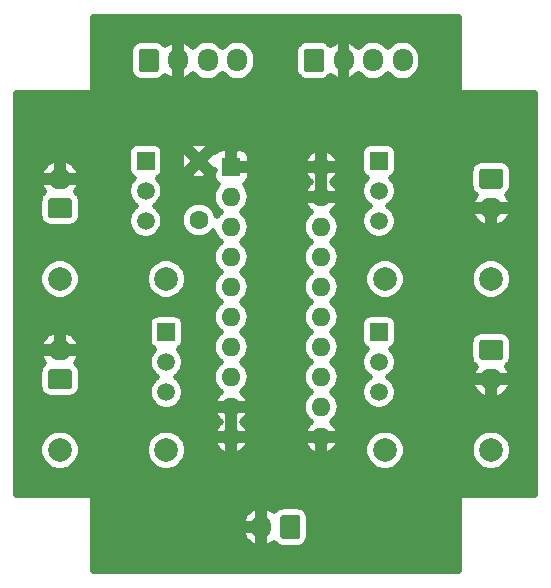
<source format=gbr>
G04 #@! TF.GenerationSoftware,KiCad,Pcbnew,(5.1.4)-1*
G04 #@! TF.CreationDate,2020-01-25T09:52:24+02:00*
G04 #@! TF.ProjectId,4_switch_array,345f7377-6974-4636-985f-61727261792e,rev?*
G04 #@! TF.SameCoordinates,Original*
G04 #@! TF.FileFunction,Copper,L2,Bot*
G04 #@! TF.FilePolarity,Positive*
%FSLAX46Y46*%
G04 Gerber Fmt 4.6, Leading zero omitted, Abs format (unit mm)*
G04 Created by KiCad (PCBNEW (5.1.4)-1) date 2020-01-25 09:52:24*
%MOMM*%
%LPD*%
G04 APERTURE LIST*
%ADD10C,1.600000*%
%ADD11O,1.600000X1.600000*%
%ADD12R,1.600000X1.600000*%
%ADD13C,2.000000*%
%ADD14R,1.500000X1.500000*%
%ADD15C,1.500000*%
%ADD16O,1.700000X2.000000*%
%ADD17C,0.100000*%
%ADD18C,1.700000*%
%ADD19O,2.000000X1.700000*%
%ADD20O,1.700000X1.950000*%
%ADD21C,1.000000*%
%ADD22C,0.500000*%
G04 APERTURE END LIST*
D10*
X140250000Y-46500000D03*
X140250000Y-51500000D03*
D11*
X150620000Y-47000000D03*
X143000000Y-69860000D03*
X150620000Y-49540000D03*
X143000000Y-67320000D03*
X150620000Y-52080000D03*
X143000000Y-64780000D03*
X150620000Y-54620000D03*
X143000000Y-62240000D03*
X150620000Y-57160000D03*
X143000000Y-59700000D03*
X150620000Y-59700000D03*
X143000000Y-57160000D03*
X150620000Y-62240000D03*
X143000000Y-54620000D03*
X150620000Y-64780000D03*
X143000000Y-52080000D03*
X150620000Y-67320000D03*
X143000000Y-49540000D03*
X150620000Y-69860000D03*
D12*
X143000000Y-47000000D03*
D13*
X128500000Y-71000000D03*
X137500000Y-71000000D03*
X165000000Y-56500000D03*
X156000000Y-56500000D03*
X128500000Y-56500000D03*
X137500000Y-56500000D03*
X165000000Y-71000000D03*
X156000000Y-71000000D03*
D14*
X137500000Y-61000000D03*
D15*
X137500000Y-66080000D03*
X137500000Y-63540000D03*
D14*
X155500000Y-46500000D03*
D15*
X155500000Y-51580000D03*
X155500000Y-49040000D03*
D14*
X135750000Y-46500000D03*
D15*
X135750000Y-51580000D03*
X135750000Y-49040000D03*
D14*
X155500000Y-61000000D03*
D15*
X155500000Y-66080000D03*
X155500000Y-63540000D03*
D16*
X145500000Y-77500000D03*
D17*
G36*
X148624504Y-76501204D02*
G01*
X148648773Y-76504804D01*
X148672571Y-76510765D01*
X148695671Y-76519030D01*
X148717849Y-76529520D01*
X148738893Y-76542133D01*
X148758598Y-76556747D01*
X148776777Y-76573223D01*
X148793253Y-76591402D01*
X148807867Y-76611107D01*
X148820480Y-76632151D01*
X148830970Y-76654329D01*
X148839235Y-76677429D01*
X148845196Y-76701227D01*
X148848796Y-76725496D01*
X148850000Y-76750000D01*
X148850000Y-78250000D01*
X148848796Y-78274504D01*
X148845196Y-78298773D01*
X148839235Y-78322571D01*
X148830970Y-78345671D01*
X148820480Y-78367849D01*
X148807867Y-78388893D01*
X148793253Y-78408598D01*
X148776777Y-78426777D01*
X148758598Y-78443253D01*
X148738893Y-78457867D01*
X148717849Y-78470480D01*
X148695671Y-78480970D01*
X148672571Y-78489235D01*
X148648773Y-78495196D01*
X148624504Y-78498796D01*
X148600000Y-78500000D01*
X147400000Y-78500000D01*
X147375496Y-78498796D01*
X147351227Y-78495196D01*
X147327429Y-78489235D01*
X147304329Y-78480970D01*
X147282151Y-78470480D01*
X147261107Y-78457867D01*
X147241402Y-78443253D01*
X147223223Y-78426777D01*
X147206747Y-78408598D01*
X147192133Y-78388893D01*
X147179520Y-78367849D01*
X147169030Y-78345671D01*
X147160765Y-78322571D01*
X147154804Y-78298773D01*
X147151204Y-78274504D01*
X147150000Y-78250000D01*
X147150000Y-76750000D01*
X147151204Y-76725496D01*
X147154804Y-76701227D01*
X147160765Y-76677429D01*
X147169030Y-76654329D01*
X147179520Y-76632151D01*
X147192133Y-76611107D01*
X147206747Y-76591402D01*
X147223223Y-76573223D01*
X147241402Y-76556747D01*
X147261107Y-76542133D01*
X147282151Y-76529520D01*
X147304329Y-76519030D01*
X147327429Y-76510765D01*
X147351227Y-76504804D01*
X147375496Y-76501204D01*
X147400000Y-76500000D01*
X148600000Y-76500000D01*
X148624504Y-76501204D01*
X148624504Y-76501204D01*
G37*
D18*
X148000000Y-77500000D03*
D19*
X128500000Y-62500000D03*
D17*
G36*
X129274504Y-64151204D02*
G01*
X129298773Y-64154804D01*
X129322571Y-64160765D01*
X129345671Y-64169030D01*
X129367849Y-64179520D01*
X129388893Y-64192133D01*
X129408598Y-64206747D01*
X129426777Y-64223223D01*
X129443253Y-64241402D01*
X129457867Y-64261107D01*
X129470480Y-64282151D01*
X129480970Y-64304329D01*
X129489235Y-64327429D01*
X129495196Y-64351227D01*
X129498796Y-64375496D01*
X129500000Y-64400000D01*
X129500000Y-65600000D01*
X129498796Y-65624504D01*
X129495196Y-65648773D01*
X129489235Y-65672571D01*
X129480970Y-65695671D01*
X129470480Y-65717849D01*
X129457867Y-65738893D01*
X129443253Y-65758598D01*
X129426777Y-65776777D01*
X129408598Y-65793253D01*
X129388893Y-65807867D01*
X129367849Y-65820480D01*
X129345671Y-65830970D01*
X129322571Y-65839235D01*
X129298773Y-65845196D01*
X129274504Y-65848796D01*
X129250000Y-65850000D01*
X127750000Y-65850000D01*
X127725496Y-65848796D01*
X127701227Y-65845196D01*
X127677429Y-65839235D01*
X127654329Y-65830970D01*
X127632151Y-65820480D01*
X127611107Y-65807867D01*
X127591402Y-65793253D01*
X127573223Y-65776777D01*
X127556747Y-65758598D01*
X127542133Y-65738893D01*
X127529520Y-65717849D01*
X127519030Y-65695671D01*
X127510765Y-65672571D01*
X127504804Y-65648773D01*
X127501204Y-65624504D01*
X127500000Y-65600000D01*
X127500000Y-64400000D01*
X127501204Y-64375496D01*
X127504804Y-64351227D01*
X127510765Y-64327429D01*
X127519030Y-64304329D01*
X127529520Y-64282151D01*
X127542133Y-64261107D01*
X127556747Y-64241402D01*
X127573223Y-64223223D01*
X127591402Y-64206747D01*
X127611107Y-64192133D01*
X127632151Y-64179520D01*
X127654329Y-64169030D01*
X127677429Y-64160765D01*
X127701227Y-64154804D01*
X127725496Y-64151204D01*
X127750000Y-64150000D01*
X129250000Y-64150000D01*
X129274504Y-64151204D01*
X129274504Y-64151204D01*
G37*
D18*
X128500000Y-65000000D03*
D19*
X165000000Y-50500000D03*
D17*
G36*
X165774504Y-47151204D02*
G01*
X165798773Y-47154804D01*
X165822571Y-47160765D01*
X165845671Y-47169030D01*
X165867849Y-47179520D01*
X165888893Y-47192133D01*
X165908598Y-47206747D01*
X165926777Y-47223223D01*
X165943253Y-47241402D01*
X165957867Y-47261107D01*
X165970480Y-47282151D01*
X165980970Y-47304329D01*
X165989235Y-47327429D01*
X165995196Y-47351227D01*
X165998796Y-47375496D01*
X166000000Y-47400000D01*
X166000000Y-48600000D01*
X165998796Y-48624504D01*
X165995196Y-48648773D01*
X165989235Y-48672571D01*
X165980970Y-48695671D01*
X165970480Y-48717849D01*
X165957867Y-48738893D01*
X165943253Y-48758598D01*
X165926777Y-48776777D01*
X165908598Y-48793253D01*
X165888893Y-48807867D01*
X165867849Y-48820480D01*
X165845671Y-48830970D01*
X165822571Y-48839235D01*
X165798773Y-48845196D01*
X165774504Y-48848796D01*
X165750000Y-48850000D01*
X164250000Y-48850000D01*
X164225496Y-48848796D01*
X164201227Y-48845196D01*
X164177429Y-48839235D01*
X164154329Y-48830970D01*
X164132151Y-48820480D01*
X164111107Y-48807867D01*
X164091402Y-48793253D01*
X164073223Y-48776777D01*
X164056747Y-48758598D01*
X164042133Y-48738893D01*
X164029520Y-48717849D01*
X164019030Y-48695671D01*
X164010765Y-48672571D01*
X164004804Y-48648773D01*
X164001204Y-48624504D01*
X164000000Y-48600000D01*
X164000000Y-47400000D01*
X164001204Y-47375496D01*
X164004804Y-47351227D01*
X164010765Y-47327429D01*
X164019030Y-47304329D01*
X164029520Y-47282151D01*
X164042133Y-47261107D01*
X164056747Y-47241402D01*
X164073223Y-47223223D01*
X164091402Y-47206747D01*
X164111107Y-47192133D01*
X164132151Y-47179520D01*
X164154329Y-47169030D01*
X164177429Y-47160765D01*
X164201227Y-47154804D01*
X164225496Y-47151204D01*
X164250000Y-47150000D01*
X165750000Y-47150000D01*
X165774504Y-47151204D01*
X165774504Y-47151204D01*
G37*
D18*
X165000000Y-48000000D03*
D19*
X128500000Y-48000000D03*
D17*
G36*
X129274504Y-49651204D02*
G01*
X129298773Y-49654804D01*
X129322571Y-49660765D01*
X129345671Y-49669030D01*
X129367849Y-49679520D01*
X129388893Y-49692133D01*
X129408598Y-49706747D01*
X129426777Y-49723223D01*
X129443253Y-49741402D01*
X129457867Y-49761107D01*
X129470480Y-49782151D01*
X129480970Y-49804329D01*
X129489235Y-49827429D01*
X129495196Y-49851227D01*
X129498796Y-49875496D01*
X129500000Y-49900000D01*
X129500000Y-51100000D01*
X129498796Y-51124504D01*
X129495196Y-51148773D01*
X129489235Y-51172571D01*
X129480970Y-51195671D01*
X129470480Y-51217849D01*
X129457867Y-51238893D01*
X129443253Y-51258598D01*
X129426777Y-51276777D01*
X129408598Y-51293253D01*
X129388893Y-51307867D01*
X129367849Y-51320480D01*
X129345671Y-51330970D01*
X129322571Y-51339235D01*
X129298773Y-51345196D01*
X129274504Y-51348796D01*
X129250000Y-51350000D01*
X127750000Y-51350000D01*
X127725496Y-51348796D01*
X127701227Y-51345196D01*
X127677429Y-51339235D01*
X127654329Y-51330970D01*
X127632151Y-51320480D01*
X127611107Y-51307867D01*
X127591402Y-51293253D01*
X127573223Y-51276777D01*
X127556747Y-51258598D01*
X127542133Y-51238893D01*
X127529520Y-51217849D01*
X127519030Y-51195671D01*
X127510765Y-51172571D01*
X127504804Y-51148773D01*
X127501204Y-51124504D01*
X127500000Y-51100000D01*
X127500000Y-49900000D01*
X127501204Y-49875496D01*
X127504804Y-49851227D01*
X127510765Y-49827429D01*
X127519030Y-49804329D01*
X127529520Y-49782151D01*
X127542133Y-49761107D01*
X127556747Y-49741402D01*
X127573223Y-49723223D01*
X127591402Y-49706747D01*
X127611107Y-49692133D01*
X127632151Y-49679520D01*
X127654329Y-49669030D01*
X127677429Y-49660765D01*
X127701227Y-49654804D01*
X127725496Y-49651204D01*
X127750000Y-49650000D01*
X129250000Y-49650000D01*
X129274504Y-49651204D01*
X129274504Y-49651204D01*
G37*
D18*
X128500000Y-50500000D03*
D19*
X165000000Y-65000000D03*
D17*
G36*
X165774504Y-61651204D02*
G01*
X165798773Y-61654804D01*
X165822571Y-61660765D01*
X165845671Y-61669030D01*
X165867849Y-61679520D01*
X165888893Y-61692133D01*
X165908598Y-61706747D01*
X165926777Y-61723223D01*
X165943253Y-61741402D01*
X165957867Y-61761107D01*
X165970480Y-61782151D01*
X165980970Y-61804329D01*
X165989235Y-61827429D01*
X165995196Y-61851227D01*
X165998796Y-61875496D01*
X166000000Y-61900000D01*
X166000000Y-63100000D01*
X165998796Y-63124504D01*
X165995196Y-63148773D01*
X165989235Y-63172571D01*
X165980970Y-63195671D01*
X165970480Y-63217849D01*
X165957867Y-63238893D01*
X165943253Y-63258598D01*
X165926777Y-63276777D01*
X165908598Y-63293253D01*
X165888893Y-63307867D01*
X165867849Y-63320480D01*
X165845671Y-63330970D01*
X165822571Y-63339235D01*
X165798773Y-63345196D01*
X165774504Y-63348796D01*
X165750000Y-63350000D01*
X164250000Y-63350000D01*
X164225496Y-63348796D01*
X164201227Y-63345196D01*
X164177429Y-63339235D01*
X164154329Y-63330970D01*
X164132151Y-63320480D01*
X164111107Y-63307867D01*
X164091402Y-63293253D01*
X164073223Y-63276777D01*
X164056747Y-63258598D01*
X164042133Y-63238893D01*
X164029520Y-63217849D01*
X164019030Y-63195671D01*
X164010765Y-63172571D01*
X164004804Y-63148773D01*
X164001204Y-63124504D01*
X164000000Y-63100000D01*
X164000000Y-61900000D01*
X164001204Y-61875496D01*
X164004804Y-61851227D01*
X164010765Y-61827429D01*
X164019030Y-61804329D01*
X164029520Y-61782151D01*
X164042133Y-61761107D01*
X164056747Y-61741402D01*
X164073223Y-61723223D01*
X164091402Y-61706747D01*
X164111107Y-61692133D01*
X164132151Y-61679520D01*
X164154329Y-61669030D01*
X164177429Y-61660765D01*
X164201227Y-61654804D01*
X164225496Y-61651204D01*
X164250000Y-61650000D01*
X165750000Y-61650000D01*
X165774504Y-61651204D01*
X165774504Y-61651204D01*
G37*
D18*
X165000000Y-62500000D03*
D20*
X157500000Y-38000000D03*
X155000000Y-38000000D03*
X152500000Y-38000000D03*
D17*
G36*
X150624504Y-37026204D02*
G01*
X150648773Y-37029804D01*
X150672571Y-37035765D01*
X150695671Y-37044030D01*
X150717849Y-37054520D01*
X150738893Y-37067133D01*
X150758598Y-37081747D01*
X150776777Y-37098223D01*
X150793253Y-37116402D01*
X150807867Y-37136107D01*
X150820480Y-37157151D01*
X150830970Y-37179329D01*
X150839235Y-37202429D01*
X150845196Y-37226227D01*
X150848796Y-37250496D01*
X150850000Y-37275000D01*
X150850000Y-38725000D01*
X150848796Y-38749504D01*
X150845196Y-38773773D01*
X150839235Y-38797571D01*
X150830970Y-38820671D01*
X150820480Y-38842849D01*
X150807867Y-38863893D01*
X150793253Y-38883598D01*
X150776777Y-38901777D01*
X150758598Y-38918253D01*
X150738893Y-38932867D01*
X150717849Y-38945480D01*
X150695671Y-38955970D01*
X150672571Y-38964235D01*
X150648773Y-38970196D01*
X150624504Y-38973796D01*
X150600000Y-38975000D01*
X149400000Y-38975000D01*
X149375496Y-38973796D01*
X149351227Y-38970196D01*
X149327429Y-38964235D01*
X149304329Y-38955970D01*
X149282151Y-38945480D01*
X149261107Y-38932867D01*
X149241402Y-38918253D01*
X149223223Y-38901777D01*
X149206747Y-38883598D01*
X149192133Y-38863893D01*
X149179520Y-38842849D01*
X149169030Y-38820671D01*
X149160765Y-38797571D01*
X149154804Y-38773773D01*
X149151204Y-38749504D01*
X149150000Y-38725000D01*
X149150000Y-37275000D01*
X149151204Y-37250496D01*
X149154804Y-37226227D01*
X149160765Y-37202429D01*
X149169030Y-37179329D01*
X149179520Y-37157151D01*
X149192133Y-37136107D01*
X149206747Y-37116402D01*
X149223223Y-37098223D01*
X149241402Y-37081747D01*
X149261107Y-37067133D01*
X149282151Y-37054520D01*
X149304329Y-37044030D01*
X149327429Y-37035765D01*
X149351227Y-37029804D01*
X149375496Y-37026204D01*
X149400000Y-37025000D01*
X150600000Y-37025000D01*
X150624504Y-37026204D01*
X150624504Y-37026204D01*
G37*
D18*
X150000000Y-38000000D03*
D20*
X143500000Y-38000000D03*
X141000000Y-38000000D03*
X138500000Y-38000000D03*
D17*
G36*
X136624504Y-37026204D02*
G01*
X136648773Y-37029804D01*
X136672571Y-37035765D01*
X136695671Y-37044030D01*
X136717849Y-37054520D01*
X136738893Y-37067133D01*
X136758598Y-37081747D01*
X136776777Y-37098223D01*
X136793253Y-37116402D01*
X136807867Y-37136107D01*
X136820480Y-37157151D01*
X136830970Y-37179329D01*
X136839235Y-37202429D01*
X136845196Y-37226227D01*
X136848796Y-37250496D01*
X136850000Y-37275000D01*
X136850000Y-38725000D01*
X136848796Y-38749504D01*
X136845196Y-38773773D01*
X136839235Y-38797571D01*
X136830970Y-38820671D01*
X136820480Y-38842849D01*
X136807867Y-38863893D01*
X136793253Y-38883598D01*
X136776777Y-38901777D01*
X136758598Y-38918253D01*
X136738893Y-38932867D01*
X136717849Y-38945480D01*
X136695671Y-38955970D01*
X136672571Y-38964235D01*
X136648773Y-38970196D01*
X136624504Y-38973796D01*
X136600000Y-38975000D01*
X135400000Y-38975000D01*
X135375496Y-38973796D01*
X135351227Y-38970196D01*
X135327429Y-38964235D01*
X135304329Y-38955970D01*
X135282151Y-38945480D01*
X135261107Y-38932867D01*
X135241402Y-38918253D01*
X135223223Y-38901777D01*
X135206747Y-38883598D01*
X135192133Y-38863893D01*
X135179520Y-38842849D01*
X135169030Y-38820671D01*
X135160765Y-38797571D01*
X135154804Y-38773773D01*
X135151204Y-38749504D01*
X135150000Y-38725000D01*
X135150000Y-37275000D01*
X135151204Y-37250496D01*
X135154804Y-37226227D01*
X135160765Y-37202429D01*
X135169030Y-37179329D01*
X135179520Y-37157151D01*
X135192133Y-37136107D01*
X135206747Y-37116402D01*
X135223223Y-37098223D01*
X135241402Y-37081747D01*
X135261107Y-37067133D01*
X135282151Y-37054520D01*
X135304329Y-37044030D01*
X135327429Y-37035765D01*
X135351227Y-37029804D01*
X135375496Y-37026204D01*
X135400000Y-37025000D01*
X136600000Y-37025000D01*
X136624504Y-37026204D01*
X136624504Y-37026204D01*
G37*
D18*
X136000000Y-38000000D03*
D21*
X155500000Y-66080000D02*
X155486999Y-66080000D01*
D22*
G36*
X162250000Y-40500000D02*
G01*
X162254804Y-40548773D01*
X162269030Y-40595671D01*
X162292133Y-40638893D01*
X162323223Y-40676777D01*
X162361107Y-40707867D01*
X162404329Y-40730970D01*
X162451227Y-40745196D01*
X162500000Y-40750000D01*
X168725000Y-40750000D01*
X168725001Y-74750000D01*
X162500000Y-74750000D01*
X162451227Y-74754804D01*
X162404329Y-74769030D01*
X162361107Y-74792133D01*
X162323223Y-74823223D01*
X162292133Y-74861107D01*
X162269030Y-74904329D01*
X162254804Y-74951227D01*
X162250000Y-75000000D01*
X162250000Y-81225000D01*
X131250000Y-81225000D01*
X131250000Y-77997839D01*
X143943074Y-77997839D01*
X144040850Y-78294897D01*
X144194700Y-78567172D01*
X144398712Y-78804200D01*
X144645046Y-78996873D01*
X144924236Y-79137786D01*
X145005857Y-79171783D01*
X145250000Y-79040200D01*
X145250000Y-77750000D01*
X144095328Y-77750000D01*
X143943074Y-77997839D01*
X131250000Y-77997839D01*
X131250000Y-77002161D01*
X143943074Y-77002161D01*
X144095328Y-77250000D01*
X145250000Y-77250000D01*
X145250000Y-75959800D01*
X145750000Y-75959800D01*
X145750000Y-77250000D01*
X145770000Y-77250000D01*
X145770000Y-77750000D01*
X145750000Y-77750000D01*
X145750000Y-79040200D01*
X145994143Y-79171783D01*
X146075764Y-79137786D01*
X146354954Y-78996873D01*
X146577807Y-78822566D01*
X146690328Y-78959672D01*
X146842414Y-79084486D01*
X147015928Y-79177231D01*
X147204202Y-79234344D01*
X147400000Y-79253628D01*
X148600000Y-79253628D01*
X148795798Y-79234344D01*
X148984072Y-79177231D01*
X149157586Y-79084486D01*
X149309672Y-78959672D01*
X149434486Y-78807586D01*
X149527231Y-78634072D01*
X149584344Y-78445798D01*
X149603628Y-78250000D01*
X149603628Y-76750000D01*
X149584344Y-76554202D01*
X149527231Y-76365928D01*
X149434486Y-76192414D01*
X149309672Y-76040328D01*
X149157586Y-75915514D01*
X148984072Y-75822769D01*
X148795798Y-75765656D01*
X148600000Y-75746372D01*
X147400000Y-75746372D01*
X147204202Y-75765656D01*
X147015928Y-75822769D01*
X146842414Y-75915514D01*
X146690328Y-76040328D01*
X146577807Y-76177434D01*
X146354954Y-76003127D01*
X146075764Y-75862214D01*
X145994143Y-75828217D01*
X145750000Y-75959800D01*
X145250000Y-75959800D01*
X145005857Y-75828217D01*
X144924236Y-75862214D01*
X144645046Y-76003127D01*
X144398712Y-76195800D01*
X144194700Y-76432828D01*
X144040850Y-76705103D01*
X143943074Y-77002161D01*
X131250000Y-77002161D01*
X131250000Y-75000000D01*
X131245196Y-74951227D01*
X131230970Y-74904329D01*
X131207867Y-74861107D01*
X131176777Y-74823223D01*
X131138893Y-74792133D01*
X131095671Y-74769030D01*
X131048773Y-74754804D01*
X131000000Y-74750000D01*
X124775000Y-74750000D01*
X124775000Y-70827640D01*
X126750000Y-70827640D01*
X126750000Y-71172360D01*
X126817251Y-71510456D01*
X126949170Y-71828936D01*
X127140686Y-72115560D01*
X127384440Y-72359314D01*
X127671064Y-72550830D01*
X127989544Y-72682749D01*
X128327640Y-72750000D01*
X128672360Y-72750000D01*
X129010456Y-72682749D01*
X129328936Y-72550830D01*
X129615560Y-72359314D01*
X129859314Y-72115560D01*
X130050830Y-71828936D01*
X130182749Y-71510456D01*
X130250000Y-71172360D01*
X130250000Y-70827640D01*
X135750000Y-70827640D01*
X135750000Y-71172360D01*
X135817251Y-71510456D01*
X135949170Y-71828936D01*
X136140686Y-72115560D01*
X136384440Y-72359314D01*
X136671064Y-72550830D01*
X136989544Y-72682749D01*
X137327640Y-72750000D01*
X137672360Y-72750000D01*
X138010456Y-72682749D01*
X138328936Y-72550830D01*
X138615560Y-72359314D01*
X138859314Y-72115560D01*
X139050830Y-71828936D01*
X139182749Y-71510456D01*
X139250000Y-71172360D01*
X139250000Y-70827640D01*
X139182749Y-70489544D01*
X139123383Y-70346221D01*
X141528236Y-70346221D01*
X141615489Y-70556890D01*
X141778048Y-70813604D01*
X141987566Y-71033672D01*
X142235992Y-71208636D01*
X142513778Y-71331773D01*
X142750000Y-71202215D01*
X142750000Y-70110000D01*
X143250000Y-70110000D01*
X143250000Y-71202215D01*
X143486222Y-71331773D01*
X143764008Y-71208636D01*
X144012434Y-71033672D01*
X144221952Y-70813604D01*
X144384511Y-70556890D01*
X144471764Y-70346221D01*
X149148236Y-70346221D01*
X149235489Y-70556890D01*
X149398048Y-70813604D01*
X149607566Y-71033672D01*
X149855992Y-71208636D01*
X150133778Y-71331773D01*
X150370000Y-71202215D01*
X150370000Y-70110000D01*
X150870000Y-70110000D01*
X150870000Y-71202215D01*
X151106222Y-71331773D01*
X151384008Y-71208636D01*
X151632434Y-71033672D01*
X151828588Y-70827640D01*
X154250000Y-70827640D01*
X154250000Y-71172360D01*
X154317251Y-71510456D01*
X154449170Y-71828936D01*
X154640686Y-72115560D01*
X154884440Y-72359314D01*
X155171064Y-72550830D01*
X155489544Y-72682749D01*
X155827640Y-72750000D01*
X156172360Y-72750000D01*
X156510456Y-72682749D01*
X156828936Y-72550830D01*
X157115560Y-72359314D01*
X157359314Y-72115560D01*
X157550830Y-71828936D01*
X157682749Y-71510456D01*
X157750000Y-71172360D01*
X157750000Y-70827640D01*
X163250000Y-70827640D01*
X163250000Y-71172360D01*
X163317251Y-71510456D01*
X163449170Y-71828936D01*
X163640686Y-72115560D01*
X163884440Y-72359314D01*
X164171064Y-72550830D01*
X164489544Y-72682749D01*
X164827640Y-72750000D01*
X165172360Y-72750000D01*
X165510456Y-72682749D01*
X165828936Y-72550830D01*
X166115560Y-72359314D01*
X166359314Y-72115560D01*
X166550830Y-71828936D01*
X166682749Y-71510456D01*
X166750000Y-71172360D01*
X166750000Y-70827640D01*
X166682749Y-70489544D01*
X166550830Y-70171064D01*
X166359314Y-69884440D01*
X166115560Y-69640686D01*
X165828936Y-69449170D01*
X165510456Y-69317251D01*
X165172360Y-69250000D01*
X164827640Y-69250000D01*
X164489544Y-69317251D01*
X164171064Y-69449170D01*
X163884440Y-69640686D01*
X163640686Y-69884440D01*
X163449170Y-70171064D01*
X163317251Y-70489544D01*
X163250000Y-70827640D01*
X157750000Y-70827640D01*
X157682749Y-70489544D01*
X157550830Y-70171064D01*
X157359314Y-69884440D01*
X157115560Y-69640686D01*
X156828936Y-69449170D01*
X156510456Y-69317251D01*
X156172360Y-69250000D01*
X155827640Y-69250000D01*
X155489544Y-69317251D01*
X155171064Y-69449170D01*
X154884440Y-69640686D01*
X154640686Y-69884440D01*
X154449170Y-70171064D01*
X154317251Y-70489544D01*
X154250000Y-70827640D01*
X151828588Y-70827640D01*
X151841952Y-70813604D01*
X152004511Y-70556890D01*
X152091764Y-70346221D01*
X151959368Y-70110000D01*
X150870000Y-70110000D01*
X150370000Y-70110000D01*
X149280632Y-70110000D01*
X149148236Y-70346221D01*
X144471764Y-70346221D01*
X144339368Y-70110000D01*
X143250000Y-70110000D01*
X142750000Y-70110000D01*
X141660632Y-70110000D01*
X141528236Y-70346221D01*
X139123383Y-70346221D01*
X139050830Y-70171064D01*
X138859314Y-69884440D01*
X138615560Y-69640686D01*
X138328936Y-69449170D01*
X138010456Y-69317251D01*
X137672360Y-69250000D01*
X137327640Y-69250000D01*
X136989544Y-69317251D01*
X136671064Y-69449170D01*
X136384440Y-69640686D01*
X136140686Y-69884440D01*
X135949170Y-70171064D01*
X135817251Y-70489544D01*
X135750000Y-70827640D01*
X130250000Y-70827640D01*
X130182749Y-70489544D01*
X130050830Y-70171064D01*
X129859314Y-69884440D01*
X129615560Y-69640686D01*
X129328936Y-69449170D01*
X129010456Y-69317251D01*
X128672360Y-69250000D01*
X128327640Y-69250000D01*
X127989544Y-69317251D01*
X127671064Y-69449170D01*
X127384440Y-69640686D01*
X127140686Y-69884440D01*
X126949170Y-70171064D01*
X126817251Y-70489544D01*
X126750000Y-70827640D01*
X124775000Y-70827640D01*
X124775000Y-67806221D01*
X141528236Y-67806221D01*
X141615489Y-68016890D01*
X141778048Y-68273604D01*
X141987566Y-68493672D01*
X142124339Y-68590000D01*
X141987566Y-68686328D01*
X141778048Y-68906396D01*
X141615489Y-69163110D01*
X141528236Y-69373779D01*
X141660632Y-69610000D01*
X142750000Y-69610000D01*
X142750000Y-67570000D01*
X143250000Y-67570000D01*
X143250000Y-69610000D01*
X144339368Y-69610000D01*
X144471764Y-69373779D01*
X144384511Y-69163110D01*
X144221952Y-68906396D01*
X144012434Y-68686328D01*
X143875661Y-68590000D01*
X144012434Y-68493672D01*
X144221952Y-68273604D01*
X144384511Y-68016890D01*
X144471764Y-67806221D01*
X144339368Y-67570000D01*
X143250000Y-67570000D01*
X142750000Y-67570000D01*
X141660632Y-67570000D01*
X141528236Y-67806221D01*
X124775000Y-67806221D01*
X124775000Y-64400000D01*
X126746372Y-64400000D01*
X126746372Y-65600000D01*
X126765656Y-65795798D01*
X126822769Y-65984072D01*
X126915514Y-66157586D01*
X127040328Y-66309672D01*
X127192414Y-66434486D01*
X127365928Y-66527231D01*
X127554202Y-66584344D01*
X127750000Y-66603628D01*
X129250000Y-66603628D01*
X129445798Y-66584344D01*
X129634072Y-66527231D01*
X129807586Y-66434486D01*
X129959672Y-66309672D01*
X130084486Y-66157586D01*
X130177231Y-65984072D01*
X130234344Y-65795798D01*
X130253628Y-65600000D01*
X130253628Y-64400000D01*
X130234344Y-64204202D01*
X130177231Y-64015928D01*
X130084486Y-63842414D01*
X129959672Y-63690328D01*
X129822566Y-63577807D01*
X129996873Y-63354954D01*
X130137786Y-63075764D01*
X130171783Y-62994143D01*
X130040200Y-62750000D01*
X128750000Y-62750000D01*
X128750000Y-62770000D01*
X128250000Y-62770000D01*
X128250000Y-62750000D01*
X126959800Y-62750000D01*
X126828217Y-62994143D01*
X126862214Y-63075764D01*
X127003127Y-63354954D01*
X127177434Y-63577807D01*
X127040328Y-63690328D01*
X126915514Y-63842414D01*
X126822769Y-64015928D01*
X126765656Y-64204202D01*
X126746372Y-64400000D01*
X124775000Y-64400000D01*
X124775000Y-62005857D01*
X126828217Y-62005857D01*
X126959800Y-62250000D01*
X128250000Y-62250000D01*
X128250000Y-61095328D01*
X128750000Y-61095328D01*
X128750000Y-62250000D01*
X130040200Y-62250000D01*
X130171783Y-62005857D01*
X130137786Y-61924236D01*
X129996873Y-61645046D01*
X129804200Y-61398712D01*
X129567172Y-61194700D01*
X129294897Y-61040850D01*
X128997839Y-60943074D01*
X128750000Y-61095328D01*
X128250000Y-61095328D01*
X128002161Y-60943074D01*
X127705103Y-61040850D01*
X127432828Y-61194700D01*
X127195800Y-61398712D01*
X127003127Y-61645046D01*
X126862214Y-61924236D01*
X126828217Y-62005857D01*
X124775000Y-62005857D01*
X124775000Y-60250000D01*
X135996372Y-60250000D01*
X135996372Y-61750000D01*
X136010853Y-61897026D01*
X136053739Y-62038401D01*
X136123381Y-62168693D01*
X136217105Y-62282895D01*
X136331307Y-62376619D01*
X136461599Y-62446261D01*
X136469901Y-62448779D01*
X136334874Y-62583806D01*
X136170717Y-62829483D01*
X136057644Y-63102466D01*
X136000000Y-63392263D01*
X136000000Y-63687737D01*
X136057644Y-63977534D01*
X136170717Y-64250517D01*
X136334874Y-64496194D01*
X136543806Y-64705126D01*
X136700760Y-64810000D01*
X136543806Y-64914874D01*
X136334874Y-65123806D01*
X136170717Y-65369483D01*
X136057644Y-65642466D01*
X136000000Y-65932263D01*
X136000000Y-66227737D01*
X136057644Y-66517534D01*
X136170717Y-66790517D01*
X136334874Y-67036194D01*
X136543806Y-67245126D01*
X136789483Y-67409283D01*
X137062466Y-67522356D01*
X137352263Y-67580000D01*
X137647737Y-67580000D01*
X137937534Y-67522356D01*
X138210517Y-67409283D01*
X138456194Y-67245126D01*
X138665126Y-67036194D01*
X138829283Y-66790517D01*
X138942356Y-66517534D01*
X139000000Y-66227737D01*
X139000000Y-65932263D01*
X138942356Y-65642466D01*
X138829283Y-65369483D01*
X138665126Y-65123806D01*
X138456194Y-64914874D01*
X138299240Y-64810000D01*
X138456194Y-64705126D01*
X138665126Y-64496194D01*
X138829283Y-64250517D01*
X138942356Y-63977534D01*
X139000000Y-63687737D01*
X139000000Y-63392263D01*
X138942356Y-63102466D01*
X138829283Y-62829483D01*
X138665126Y-62583806D01*
X138530099Y-62448779D01*
X138538401Y-62446261D01*
X138668693Y-62376619D01*
X138782895Y-62282895D01*
X138876619Y-62168693D01*
X138946261Y-62038401D01*
X138989147Y-61897026D01*
X139003628Y-61750000D01*
X139003628Y-60250000D01*
X138989147Y-60102974D01*
X138946261Y-59961599D01*
X138876619Y-59831307D01*
X138782895Y-59717105D01*
X138668693Y-59623381D01*
X138538401Y-59553739D01*
X138397026Y-59510853D01*
X138250000Y-59496372D01*
X136750000Y-59496372D01*
X136602974Y-59510853D01*
X136461599Y-59553739D01*
X136331307Y-59623381D01*
X136217105Y-59717105D01*
X136123381Y-59831307D01*
X136053739Y-59961599D01*
X136010853Y-60102974D01*
X135996372Y-60250000D01*
X124775000Y-60250000D01*
X124775000Y-56327640D01*
X126750000Y-56327640D01*
X126750000Y-56672360D01*
X126817251Y-57010456D01*
X126949170Y-57328936D01*
X127140686Y-57615560D01*
X127384440Y-57859314D01*
X127671064Y-58050830D01*
X127989544Y-58182749D01*
X128327640Y-58250000D01*
X128672360Y-58250000D01*
X129010456Y-58182749D01*
X129328936Y-58050830D01*
X129615560Y-57859314D01*
X129859314Y-57615560D01*
X130050830Y-57328936D01*
X130182749Y-57010456D01*
X130250000Y-56672360D01*
X130250000Y-56327640D01*
X135750000Y-56327640D01*
X135750000Y-56672360D01*
X135817251Y-57010456D01*
X135949170Y-57328936D01*
X136140686Y-57615560D01*
X136384440Y-57859314D01*
X136671064Y-58050830D01*
X136989544Y-58182749D01*
X137327640Y-58250000D01*
X137672360Y-58250000D01*
X138010456Y-58182749D01*
X138328936Y-58050830D01*
X138615560Y-57859314D01*
X138859314Y-57615560D01*
X139050830Y-57328936D01*
X139182749Y-57010456D01*
X139250000Y-56672360D01*
X139250000Y-56327640D01*
X139182749Y-55989544D01*
X139050830Y-55671064D01*
X138859314Y-55384440D01*
X138615560Y-55140686D01*
X138328936Y-54949170D01*
X138010456Y-54817251D01*
X137672360Y-54750000D01*
X137327640Y-54750000D01*
X136989544Y-54817251D01*
X136671064Y-54949170D01*
X136384440Y-55140686D01*
X136140686Y-55384440D01*
X135949170Y-55671064D01*
X135817251Y-55989544D01*
X135750000Y-56327640D01*
X130250000Y-56327640D01*
X130182749Y-55989544D01*
X130050830Y-55671064D01*
X129859314Y-55384440D01*
X129615560Y-55140686D01*
X129328936Y-54949170D01*
X129010456Y-54817251D01*
X128672360Y-54750000D01*
X128327640Y-54750000D01*
X127989544Y-54817251D01*
X127671064Y-54949170D01*
X127384440Y-55140686D01*
X127140686Y-55384440D01*
X126949170Y-55671064D01*
X126817251Y-55989544D01*
X126750000Y-56327640D01*
X124775000Y-56327640D01*
X124775000Y-49900000D01*
X126746372Y-49900000D01*
X126746372Y-51100000D01*
X126765656Y-51295798D01*
X126822769Y-51484072D01*
X126915514Y-51657586D01*
X127040328Y-51809672D01*
X127192414Y-51934486D01*
X127365928Y-52027231D01*
X127554202Y-52084344D01*
X127750000Y-52103628D01*
X129250000Y-52103628D01*
X129445798Y-52084344D01*
X129634072Y-52027231D01*
X129807586Y-51934486D01*
X129959672Y-51809672D01*
X130084486Y-51657586D01*
X130177231Y-51484072D01*
X130234344Y-51295798D01*
X130253628Y-51100000D01*
X130253628Y-49900000D01*
X130234344Y-49704202D01*
X130177231Y-49515928D01*
X130084486Y-49342414D01*
X129959672Y-49190328D01*
X129822566Y-49077807D01*
X129996873Y-48854954D01*
X130137786Y-48575764D01*
X130171783Y-48494143D01*
X130040200Y-48250000D01*
X128750000Y-48250000D01*
X128750000Y-48270000D01*
X128250000Y-48270000D01*
X128250000Y-48250000D01*
X126959800Y-48250000D01*
X126828217Y-48494143D01*
X126862214Y-48575764D01*
X127003127Y-48854954D01*
X127177434Y-49077807D01*
X127040328Y-49190328D01*
X126915514Y-49342414D01*
X126822769Y-49515928D01*
X126765656Y-49704202D01*
X126746372Y-49900000D01*
X124775000Y-49900000D01*
X124775000Y-47505857D01*
X126828217Y-47505857D01*
X126959800Y-47750000D01*
X128250000Y-47750000D01*
X128250000Y-46595328D01*
X128750000Y-46595328D01*
X128750000Y-47750000D01*
X130040200Y-47750000D01*
X130171783Y-47505857D01*
X130137786Y-47424236D01*
X129996873Y-47145046D01*
X129804200Y-46898712D01*
X129567172Y-46694700D01*
X129294897Y-46540850D01*
X128997839Y-46443074D01*
X128750000Y-46595328D01*
X128250000Y-46595328D01*
X128002161Y-46443074D01*
X127705103Y-46540850D01*
X127432828Y-46694700D01*
X127195800Y-46898712D01*
X127003127Y-47145046D01*
X126862214Y-47424236D01*
X126828217Y-47505857D01*
X124775000Y-47505857D01*
X124775000Y-45750000D01*
X134246372Y-45750000D01*
X134246372Y-47250000D01*
X134260853Y-47397026D01*
X134303739Y-47538401D01*
X134373381Y-47668693D01*
X134467105Y-47782895D01*
X134581307Y-47876619D01*
X134711599Y-47946261D01*
X134719901Y-47948779D01*
X134584874Y-48083806D01*
X134420717Y-48329483D01*
X134307644Y-48602466D01*
X134250000Y-48892263D01*
X134250000Y-49187737D01*
X134307644Y-49477534D01*
X134420717Y-49750517D01*
X134584874Y-49996194D01*
X134793806Y-50205126D01*
X134950760Y-50310000D01*
X134793806Y-50414874D01*
X134584874Y-50623806D01*
X134420717Y-50869483D01*
X134307644Y-51142466D01*
X134250000Y-51432263D01*
X134250000Y-51727737D01*
X134307644Y-52017534D01*
X134420717Y-52290517D01*
X134584874Y-52536194D01*
X134793806Y-52745126D01*
X135039483Y-52909283D01*
X135312466Y-53022356D01*
X135602263Y-53080000D01*
X135897737Y-53080000D01*
X136187534Y-53022356D01*
X136460517Y-52909283D01*
X136706194Y-52745126D01*
X136915126Y-52536194D01*
X137079283Y-52290517D01*
X137192356Y-52017534D01*
X137250000Y-51727737D01*
X137250000Y-51432263D01*
X137233108Y-51347338D01*
X138700000Y-51347338D01*
X138700000Y-51652662D01*
X138759565Y-51952118D01*
X138876408Y-52234200D01*
X139046036Y-52488068D01*
X139261932Y-52703964D01*
X139515800Y-52873592D01*
X139797882Y-52990435D01*
X140097338Y-53050000D01*
X140402662Y-53050000D01*
X140702118Y-52990435D01*
X140984200Y-52873592D01*
X141238068Y-52703964D01*
X141453964Y-52488068D01*
X141488405Y-52436523D01*
X141561059Y-52676029D01*
X141704987Y-52945300D01*
X141898682Y-53181318D01*
X142104222Y-53350000D01*
X141898682Y-53518682D01*
X141704987Y-53754700D01*
X141561059Y-54023971D01*
X141472428Y-54316147D01*
X141442501Y-54620000D01*
X141472428Y-54923853D01*
X141561059Y-55216029D01*
X141704987Y-55485300D01*
X141898682Y-55721318D01*
X142104222Y-55890000D01*
X141898682Y-56058682D01*
X141704987Y-56294700D01*
X141561059Y-56563971D01*
X141472428Y-56856147D01*
X141442501Y-57160000D01*
X141472428Y-57463853D01*
X141561059Y-57756029D01*
X141704987Y-58025300D01*
X141898682Y-58261318D01*
X142104222Y-58430000D01*
X141898682Y-58598682D01*
X141704987Y-58834700D01*
X141561059Y-59103971D01*
X141472428Y-59396147D01*
X141442501Y-59700000D01*
X141472428Y-60003853D01*
X141561059Y-60296029D01*
X141704987Y-60565300D01*
X141898682Y-60801318D01*
X142104222Y-60970000D01*
X141898682Y-61138682D01*
X141704987Y-61374700D01*
X141561059Y-61643971D01*
X141472428Y-61936147D01*
X141442501Y-62240000D01*
X141472428Y-62543853D01*
X141561059Y-62836029D01*
X141704987Y-63105300D01*
X141898682Y-63341318D01*
X142104222Y-63510000D01*
X141898682Y-63678682D01*
X141704987Y-63914700D01*
X141561059Y-64183971D01*
X141472428Y-64476147D01*
X141442501Y-64780000D01*
X141472428Y-65083853D01*
X141561059Y-65376029D01*
X141704987Y-65645300D01*
X141898682Y-65881318D01*
X142113513Y-66057625D01*
X141987566Y-66146328D01*
X141778048Y-66366396D01*
X141615489Y-66623110D01*
X141528236Y-66833779D01*
X141660632Y-67070000D01*
X142750000Y-67070000D01*
X142750000Y-67050000D01*
X143250000Y-67050000D01*
X143250000Y-67070000D01*
X144339368Y-67070000D01*
X144471764Y-66833779D01*
X144384511Y-66623110D01*
X144221952Y-66366396D01*
X144012434Y-66146328D01*
X143886487Y-66057625D01*
X144101318Y-65881318D01*
X144295013Y-65645300D01*
X144438941Y-65376029D01*
X144527572Y-65083853D01*
X144557499Y-64780000D01*
X144527572Y-64476147D01*
X144438941Y-64183971D01*
X144295013Y-63914700D01*
X144101318Y-63678682D01*
X143895778Y-63510000D01*
X144101318Y-63341318D01*
X144295013Y-63105300D01*
X144438941Y-62836029D01*
X144527572Y-62543853D01*
X144557499Y-62240000D01*
X144527572Y-61936147D01*
X144438941Y-61643971D01*
X144295013Y-61374700D01*
X144101318Y-61138682D01*
X143895778Y-60970000D01*
X144101318Y-60801318D01*
X144295013Y-60565300D01*
X144438941Y-60296029D01*
X144527572Y-60003853D01*
X144557499Y-59700000D01*
X144527572Y-59396147D01*
X144438941Y-59103971D01*
X144295013Y-58834700D01*
X144101318Y-58598682D01*
X143895778Y-58430000D01*
X144101318Y-58261318D01*
X144295013Y-58025300D01*
X144438941Y-57756029D01*
X144527572Y-57463853D01*
X144557499Y-57160000D01*
X144527572Y-56856147D01*
X144438941Y-56563971D01*
X144295013Y-56294700D01*
X144101318Y-56058682D01*
X143895778Y-55890000D01*
X144101318Y-55721318D01*
X144295013Y-55485300D01*
X144438941Y-55216029D01*
X144527572Y-54923853D01*
X144557499Y-54620000D01*
X144527572Y-54316147D01*
X144438941Y-54023971D01*
X144295013Y-53754700D01*
X144101318Y-53518682D01*
X143895778Y-53350000D01*
X144101318Y-53181318D01*
X144295013Y-52945300D01*
X144438941Y-52676029D01*
X144527572Y-52383853D01*
X144557499Y-52080000D01*
X149062501Y-52080000D01*
X149092428Y-52383853D01*
X149181059Y-52676029D01*
X149324987Y-52945300D01*
X149518682Y-53181318D01*
X149724222Y-53350000D01*
X149518682Y-53518682D01*
X149324987Y-53754700D01*
X149181059Y-54023971D01*
X149092428Y-54316147D01*
X149062501Y-54620000D01*
X149092428Y-54923853D01*
X149181059Y-55216029D01*
X149324987Y-55485300D01*
X149518682Y-55721318D01*
X149724222Y-55890000D01*
X149518682Y-56058682D01*
X149324987Y-56294700D01*
X149181059Y-56563971D01*
X149092428Y-56856147D01*
X149062501Y-57160000D01*
X149092428Y-57463853D01*
X149181059Y-57756029D01*
X149324987Y-58025300D01*
X149518682Y-58261318D01*
X149724222Y-58430000D01*
X149518682Y-58598682D01*
X149324987Y-58834700D01*
X149181059Y-59103971D01*
X149092428Y-59396147D01*
X149062501Y-59700000D01*
X149092428Y-60003853D01*
X149181059Y-60296029D01*
X149324987Y-60565300D01*
X149518682Y-60801318D01*
X149724222Y-60970000D01*
X149518682Y-61138682D01*
X149324987Y-61374700D01*
X149181059Y-61643971D01*
X149092428Y-61936147D01*
X149062501Y-62240000D01*
X149092428Y-62543853D01*
X149181059Y-62836029D01*
X149324987Y-63105300D01*
X149518682Y-63341318D01*
X149724222Y-63510000D01*
X149518682Y-63678682D01*
X149324987Y-63914700D01*
X149181059Y-64183971D01*
X149092428Y-64476147D01*
X149062501Y-64780000D01*
X149092428Y-65083853D01*
X149181059Y-65376029D01*
X149324987Y-65645300D01*
X149518682Y-65881318D01*
X149724222Y-66050000D01*
X149518682Y-66218682D01*
X149324987Y-66454700D01*
X149181059Y-66723971D01*
X149092428Y-67016147D01*
X149062501Y-67320000D01*
X149092428Y-67623853D01*
X149181059Y-67916029D01*
X149324987Y-68185300D01*
X149518682Y-68421318D01*
X149733513Y-68597625D01*
X149607566Y-68686328D01*
X149398048Y-68906396D01*
X149235489Y-69163110D01*
X149148236Y-69373779D01*
X149280632Y-69610000D01*
X150370000Y-69610000D01*
X150370000Y-69590000D01*
X150870000Y-69590000D01*
X150870000Y-69610000D01*
X151959368Y-69610000D01*
X152091764Y-69373779D01*
X152004511Y-69163110D01*
X151841952Y-68906396D01*
X151632434Y-68686328D01*
X151506487Y-68597625D01*
X151721318Y-68421318D01*
X151915013Y-68185300D01*
X152058941Y-67916029D01*
X152147572Y-67623853D01*
X152177499Y-67320000D01*
X152147572Y-67016147D01*
X152058941Y-66723971D01*
X151915013Y-66454700D01*
X151721318Y-66218682D01*
X151515778Y-66050000D01*
X151721318Y-65881318D01*
X151915013Y-65645300D01*
X152058941Y-65376029D01*
X152147572Y-65083853D01*
X152177499Y-64780000D01*
X152147572Y-64476147D01*
X152058941Y-64183971D01*
X151915013Y-63914700D01*
X151721318Y-63678682D01*
X151515778Y-63510000D01*
X151721318Y-63341318D01*
X151915013Y-63105300D01*
X152058941Y-62836029D01*
X152147572Y-62543853D01*
X152177499Y-62240000D01*
X152147572Y-61936147D01*
X152058941Y-61643971D01*
X151915013Y-61374700D01*
X151721318Y-61138682D01*
X151515778Y-60970000D01*
X151721318Y-60801318D01*
X151915013Y-60565300D01*
X152058941Y-60296029D01*
X152072903Y-60250000D01*
X153996372Y-60250000D01*
X153996372Y-61750000D01*
X154010853Y-61897026D01*
X154053739Y-62038401D01*
X154123381Y-62168693D01*
X154217105Y-62282895D01*
X154331307Y-62376619D01*
X154461599Y-62446261D01*
X154469901Y-62448779D01*
X154334874Y-62583806D01*
X154170717Y-62829483D01*
X154057644Y-63102466D01*
X154000000Y-63392263D01*
X154000000Y-63687737D01*
X154057644Y-63977534D01*
X154170717Y-64250517D01*
X154334874Y-64496194D01*
X154543806Y-64705126D01*
X154700760Y-64810000D01*
X154543806Y-64914874D01*
X154334874Y-65123806D01*
X154170717Y-65369483D01*
X154057644Y-65642466D01*
X154000000Y-65932263D01*
X154000000Y-66227737D01*
X154057644Y-66517534D01*
X154170717Y-66790517D01*
X154334874Y-67036194D01*
X154543806Y-67245126D01*
X154789483Y-67409283D01*
X155062466Y-67522356D01*
X155352263Y-67580000D01*
X155647737Y-67580000D01*
X155937534Y-67522356D01*
X156210517Y-67409283D01*
X156456194Y-67245126D01*
X156665126Y-67036194D01*
X156829283Y-66790517D01*
X156942356Y-66517534D01*
X157000000Y-66227737D01*
X157000000Y-65932263D01*
X156942356Y-65642466D01*
X156880919Y-65494143D01*
X163328217Y-65494143D01*
X163362214Y-65575764D01*
X163503127Y-65854954D01*
X163695800Y-66101288D01*
X163932828Y-66305300D01*
X164205103Y-66459150D01*
X164502161Y-66556926D01*
X164750000Y-66404672D01*
X164750000Y-65250000D01*
X165250000Y-65250000D01*
X165250000Y-66404672D01*
X165497839Y-66556926D01*
X165794897Y-66459150D01*
X166067172Y-66305300D01*
X166304200Y-66101288D01*
X166496873Y-65854954D01*
X166637786Y-65575764D01*
X166671783Y-65494143D01*
X166540200Y-65250000D01*
X165250000Y-65250000D01*
X164750000Y-65250000D01*
X163459800Y-65250000D01*
X163328217Y-65494143D01*
X156880919Y-65494143D01*
X156829283Y-65369483D01*
X156665126Y-65123806D01*
X156456194Y-64914874D01*
X156299240Y-64810000D01*
X156456194Y-64705126D01*
X156665126Y-64496194D01*
X156829283Y-64250517D01*
X156942356Y-63977534D01*
X157000000Y-63687737D01*
X157000000Y-63392263D01*
X156942356Y-63102466D01*
X156829283Y-62829483D01*
X156665126Y-62583806D01*
X156530099Y-62448779D01*
X156538401Y-62446261D01*
X156668693Y-62376619D01*
X156782895Y-62282895D01*
X156876619Y-62168693D01*
X156946261Y-62038401D01*
X156988244Y-61900000D01*
X163246372Y-61900000D01*
X163246372Y-63100000D01*
X163265656Y-63295798D01*
X163322769Y-63484072D01*
X163415514Y-63657586D01*
X163540328Y-63809672D01*
X163677434Y-63922193D01*
X163503127Y-64145046D01*
X163362214Y-64424236D01*
X163328217Y-64505857D01*
X163459800Y-64750000D01*
X164750000Y-64750000D01*
X164750000Y-64730000D01*
X165250000Y-64730000D01*
X165250000Y-64750000D01*
X166540200Y-64750000D01*
X166671783Y-64505857D01*
X166637786Y-64424236D01*
X166496873Y-64145046D01*
X166322566Y-63922193D01*
X166459672Y-63809672D01*
X166584486Y-63657586D01*
X166677231Y-63484072D01*
X166734344Y-63295798D01*
X166753628Y-63100000D01*
X166753628Y-61900000D01*
X166734344Y-61704202D01*
X166677231Y-61515928D01*
X166584486Y-61342414D01*
X166459672Y-61190328D01*
X166307586Y-61065514D01*
X166134072Y-60972769D01*
X165945798Y-60915656D01*
X165750000Y-60896372D01*
X164250000Y-60896372D01*
X164054202Y-60915656D01*
X163865928Y-60972769D01*
X163692414Y-61065514D01*
X163540328Y-61190328D01*
X163415514Y-61342414D01*
X163322769Y-61515928D01*
X163265656Y-61704202D01*
X163246372Y-61900000D01*
X156988244Y-61900000D01*
X156989147Y-61897026D01*
X157003628Y-61750000D01*
X157003628Y-60250000D01*
X156989147Y-60102974D01*
X156946261Y-59961599D01*
X156876619Y-59831307D01*
X156782895Y-59717105D01*
X156668693Y-59623381D01*
X156538401Y-59553739D01*
X156397026Y-59510853D01*
X156250000Y-59496372D01*
X154750000Y-59496372D01*
X154602974Y-59510853D01*
X154461599Y-59553739D01*
X154331307Y-59623381D01*
X154217105Y-59717105D01*
X154123381Y-59831307D01*
X154053739Y-59961599D01*
X154010853Y-60102974D01*
X153996372Y-60250000D01*
X152072903Y-60250000D01*
X152147572Y-60003853D01*
X152177499Y-59700000D01*
X152147572Y-59396147D01*
X152058941Y-59103971D01*
X151915013Y-58834700D01*
X151721318Y-58598682D01*
X151515778Y-58430000D01*
X151721318Y-58261318D01*
X151915013Y-58025300D01*
X152058941Y-57756029D01*
X152147572Y-57463853D01*
X152177499Y-57160000D01*
X152147572Y-56856147D01*
X152058941Y-56563971D01*
X151932620Y-56327640D01*
X154250000Y-56327640D01*
X154250000Y-56672360D01*
X154317251Y-57010456D01*
X154449170Y-57328936D01*
X154640686Y-57615560D01*
X154884440Y-57859314D01*
X155171064Y-58050830D01*
X155489544Y-58182749D01*
X155827640Y-58250000D01*
X156172360Y-58250000D01*
X156510456Y-58182749D01*
X156828936Y-58050830D01*
X157115560Y-57859314D01*
X157359314Y-57615560D01*
X157550830Y-57328936D01*
X157682749Y-57010456D01*
X157750000Y-56672360D01*
X157750000Y-56327640D01*
X163250000Y-56327640D01*
X163250000Y-56672360D01*
X163317251Y-57010456D01*
X163449170Y-57328936D01*
X163640686Y-57615560D01*
X163884440Y-57859314D01*
X164171064Y-58050830D01*
X164489544Y-58182749D01*
X164827640Y-58250000D01*
X165172360Y-58250000D01*
X165510456Y-58182749D01*
X165828936Y-58050830D01*
X166115560Y-57859314D01*
X166359314Y-57615560D01*
X166550830Y-57328936D01*
X166682749Y-57010456D01*
X166750000Y-56672360D01*
X166750000Y-56327640D01*
X166682749Y-55989544D01*
X166550830Y-55671064D01*
X166359314Y-55384440D01*
X166115560Y-55140686D01*
X165828936Y-54949170D01*
X165510456Y-54817251D01*
X165172360Y-54750000D01*
X164827640Y-54750000D01*
X164489544Y-54817251D01*
X164171064Y-54949170D01*
X163884440Y-55140686D01*
X163640686Y-55384440D01*
X163449170Y-55671064D01*
X163317251Y-55989544D01*
X163250000Y-56327640D01*
X157750000Y-56327640D01*
X157682749Y-55989544D01*
X157550830Y-55671064D01*
X157359314Y-55384440D01*
X157115560Y-55140686D01*
X156828936Y-54949170D01*
X156510456Y-54817251D01*
X156172360Y-54750000D01*
X155827640Y-54750000D01*
X155489544Y-54817251D01*
X155171064Y-54949170D01*
X154884440Y-55140686D01*
X154640686Y-55384440D01*
X154449170Y-55671064D01*
X154317251Y-55989544D01*
X154250000Y-56327640D01*
X151932620Y-56327640D01*
X151915013Y-56294700D01*
X151721318Y-56058682D01*
X151515778Y-55890000D01*
X151721318Y-55721318D01*
X151915013Y-55485300D01*
X152058941Y-55216029D01*
X152147572Y-54923853D01*
X152177499Y-54620000D01*
X152147572Y-54316147D01*
X152058941Y-54023971D01*
X151915013Y-53754700D01*
X151721318Y-53518682D01*
X151515778Y-53350000D01*
X151721318Y-53181318D01*
X151915013Y-52945300D01*
X152058941Y-52676029D01*
X152147572Y-52383853D01*
X152177499Y-52080000D01*
X152147572Y-51776147D01*
X152058941Y-51483971D01*
X151915013Y-51214700D01*
X151721318Y-50978682D01*
X151506487Y-50802375D01*
X151632434Y-50713672D01*
X151841952Y-50493604D01*
X152004511Y-50236890D01*
X152091764Y-50026221D01*
X151959368Y-49790000D01*
X150870000Y-49790000D01*
X150870000Y-49810000D01*
X150370000Y-49810000D01*
X150370000Y-49790000D01*
X149280632Y-49790000D01*
X149148236Y-50026221D01*
X149235489Y-50236890D01*
X149398048Y-50493604D01*
X149607566Y-50713672D01*
X149733513Y-50802375D01*
X149518682Y-50978682D01*
X149324987Y-51214700D01*
X149181059Y-51483971D01*
X149092428Y-51776147D01*
X149062501Y-52080000D01*
X144557499Y-52080000D01*
X144527572Y-51776147D01*
X144438941Y-51483971D01*
X144295013Y-51214700D01*
X144101318Y-50978682D01*
X143895778Y-50810000D01*
X144101318Y-50641318D01*
X144295013Y-50405300D01*
X144438941Y-50136029D01*
X144527572Y-49843853D01*
X144557499Y-49540000D01*
X144527572Y-49236147D01*
X144438941Y-48943971D01*
X144295013Y-48674700D01*
X144130226Y-48473906D01*
X144218694Y-48426620D01*
X144332896Y-48332896D01*
X144426620Y-48218694D01*
X144496262Y-48088401D01*
X144539148Y-47947026D01*
X144553629Y-47800000D01*
X144550488Y-47486221D01*
X149148236Y-47486221D01*
X149235489Y-47696890D01*
X149398048Y-47953604D01*
X149607566Y-48173672D01*
X149744339Y-48270000D01*
X149607566Y-48366328D01*
X149398048Y-48586396D01*
X149235489Y-48843110D01*
X149148236Y-49053779D01*
X149280632Y-49290000D01*
X150370000Y-49290000D01*
X150370000Y-47250000D01*
X150870000Y-47250000D01*
X150870000Y-49290000D01*
X151959368Y-49290000D01*
X152091764Y-49053779D01*
X152004511Y-48843110D01*
X151841952Y-48586396D01*
X151632434Y-48366328D01*
X151495661Y-48270000D01*
X151632434Y-48173672D01*
X151841952Y-47953604D01*
X152004511Y-47696890D01*
X152091764Y-47486221D01*
X151959368Y-47250000D01*
X150870000Y-47250000D01*
X150370000Y-47250000D01*
X149280632Y-47250000D01*
X149148236Y-47486221D01*
X144550488Y-47486221D01*
X144550000Y-47437500D01*
X144362500Y-47250000D01*
X143250000Y-47250000D01*
X143250000Y-47270000D01*
X142750000Y-47270000D01*
X142750000Y-47250000D01*
X142730000Y-47250000D01*
X142730000Y-46750000D01*
X142750000Y-46750000D01*
X142750000Y-45637500D01*
X143250000Y-45637500D01*
X143250000Y-46750000D01*
X144362500Y-46750000D01*
X144550000Y-46562500D01*
X144550487Y-46513779D01*
X149148236Y-46513779D01*
X149280632Y-46750000D01*
X150370000Y-46750000D01*
X150370000Y-45657785D01*
X150870000Y-45657785D01*
X150870000Y-46750000D01*
X151959368Y-46750000D01*
X152091764Y-46513779D01*
X152004511Y-46303110D01*
X151841952Y-46046396D01*
X151632434Y-45826328D01*
X151524059Y-45750000D01*
X153996372Y-45750000D01*
X153996372Y-47250000D01*
X154010853Y-47397026D01*
X154053739Y-47538401D01*
X154123381Y-47668693D01*
X154217105Y-47782895D01*
X154331307Y-47876619D01*
X154461599Y-47946261D01*
X154469901Y-47948779D01*
X154334874Y-48083806D01*
X154170717Y-48329483D01*
X154057644Y-48602466D01*
X154000000Y-48892263D01*
X154000000Y-49187737D01*
X154057644Y-49477534D01*
X154170717Y-49750517D01*
X154334874Y-49996194D01*
X154543806Y-50205126D01*
X154700760Y-50310000D01*
X154543806Y-50414874D01*
X154334874Y-50623806D01*
X154170717Y-50869483D01*
X154057644Y-51142466D01*
X154000000Y-51432263D01*
X154000000Y-51727737D01*
X154057644Y-52017534D01*
X154170717Y-52290517D01*
X154334874Y-52536194D01*
X154543806Y-52745126D01*
X154789483Y-52909283D01*
X155062466Y-53022356D01*
X155352263Y-53080000D01*
X155647737Y-53080000D01*
X155937534Y-53022356D01*
X156210517Y-52909283D01*
X156456194Y-52745126D01*
X156665126Y-52536194D01*
X156829283Y-52290517D01*
X156942356Y-52017534D01*
X157000000Y-51727737D01*
X157000000Y-51432263D01*
X156942356Y-51142466D01*
X156880919Y-50994143D01*
X163328217Y-50994143D01*
X163362214Y-51075764D01*
X163503127Y-51354954D01*
X163695800Y-51601288D01*
X163932828Y-51805300D01*
X164205103Y-51959150D01*
X164502161Y-52056926D01*
X164750000Y-51904672D01*
X164750000Y-50750000D01*
X165250000Y-50750000D01*
X165250000Y-51904672D01*
X165497839Y-52056926D01*
X165794897Y-51959150D01*
X166067172Y-51805300D01*
X166304200Y-51601288D01*
X166496873Y-51354954D01*
X166637786Y-51075764D01*
X166671783Y-50994143D01*
X166540200Y-50750000D01*
X165250000Y-50750000D01*
X164750000Y-50750000D01*
X163459800Y-50750000D01*
X163328217Y-50994143D01*
X156880919Y-50994143D01*
X156829283Y-50869483D01*
X156665126Y-50623806D01*
X156456194Y-50414874D01*
X156299240Y-50310000D01*
X156456194Y-50205126D01*
X156665126Y-49996194D01*
X156829283Y-49750517D01*
X156942356Y-49477534D01*
X157000000Y-49187737D01*
X157000000Y-48892263D01*
X156942356Y-48602466D01*
X156829283Y-48329483D01*
X156665126Y-48083806D01*
X156530099Y-47948779D01*
X156538401Y-47946261D01*
X156668693Y-47876619D01*
X156782895Y-47782895D01*
X156876619Y-47668693D01*
X156946261Y-47538401D01*
X156988244Y-47400000D01*
X163246372Y-47400000D01*
X163246372Y-48600000D01*
X163265656Y-48795798D01*
X163322769Y-48984072D01*
X163415514Y-49157586D01*
X163540328Y-49309672D01*
X163677434Y-49422193D01*
X163503127Y-49645046D01*
X163362214Y-49924236D01*
X163328217Y-50005857D01*
X163459800Y-50250000D01*
X164750000Y-50250000D01*
X164750000Y-50230000D01*
X165250000Y-50230000D01*
X165250000Y-50250000D01*
X166540200Y-50250000D01*
X166671783Y-50005857D01*
X166637786Y-49924236D01*
X166496873Y-49645046D01*
X166322566Y-49422193D01*
X166459672Y-49309672D01*
X166584486Y-49157586D01*
X166677231Y-48984072D01*
X166734344Y-48795798D01*
X166753628Y-48600000D01*
X166753628Y-47400000D01*
X166734344Y-47204202D01*
X166677231Y-47015928D01*
X166584486Y-46842414D01*
X166459672Y-46690328D01*
X166307586Y-46565514D01*
X166134072Y-46472769D01*
X165945798Y-46415656D01*
X165750000Y-46396372D01*
X164250000Y-46396372D01*
X164054202Y-46415656D01*
X163865928Y-46472769D01*
X163692414Y-46565514D01*
X163540328Y-46690328D01*
X163415514Y-46842414D01*
X163322769Y-47015928D01*
X163265656Y-47204202D01*
X163246372Y-47400000D01*
X156988244Y-47400000D01*
X156989147Y-47397026D01*
X157003628Y-47250000D01*
X157003628Y-45750000D01*
X156989147Y-45602974D01*
X156946261Y-45461599D01*
X156876619Y-45331307D01*
X156782895Y-45217105D01*
X156668693Y-45123381D01*
X156538401Y-45053739D01*
X156397026Y-45010853D01*
X156250000Y-44996372D01*
X154750000Y-44996372D01*
X154602974Y-45010853D01*
X154461599Y-45053739D01*
X154331307Y-45123381D01*
X154217105Y-45217105D01*
X154123381Y-45331307D01*
X154053739Y-45461599D01*
X154010853Y-45602974D01*
X153996372Y-45750000D01*
X151524059Y-45750000D01*
X151384008Y-45651364D01*
X151106222Y-45528227D01*
X150870000Y-45657785D01*
X150370000Y-45657785D01*
X150133778Y-45528227D01*
X149855992Y-45651364D01*
X149607566Y-45826328D01*
X149398048Y-46046396D01*
X149235489Y-46303110D01*
X149148236Y-46513779D01*
X144550487Y-46513779D01*
X144553629Y-46200000D01*
X144539148Y-46052974D01*
X144496262Y-45911599D01*
X144426620Y-45781306D01*
X144332896Y-45667104D01*
X144218694Y-45573380D01*
X144088401Y-45503738D01*
X143947026Y-45460852D01*
X143800000Y-45446371D01*
X143437500Y-45450000D01*
X143250000Y-45637500D01*
X142750000Y-45637500D01*
X142562500Y-45450000D01*
X142200000Y-45446371D01*
X142052974Y-45460852D01*
X141911599Y-45503738D01*
X141781306Y-45573380D01*
X141667104Y-45667104D01*
X141574571Y-45779855D01*
X141379247Y-45724306D01*
X140603553Y-46500000D01*
X141379247Y-47275694D01*
X141469586Y-47250002D01*
X141637498Y-47250002D01*
X141450000Y-47437500D01*
X141446371Y-47800000D01*
X141460852Y-47947026D01*
X141503738Y-48088401D01*
X141573380Y-48218694D01*
X141667104Y-48332896D01*
X141781306Y-48426620D01*
X141869774Y-48473906D01*
X141704987Y-48674700D01*
X141561059Y-48943971D01*
X141472428Y-49236147D01*
X141442501Y-49540000D01*
X141472428Y-49843853D01*
X141561059Y-50136029D01*
X141704987Y-50405300D01*
X141898682Y-50641318D01*
X142104222Y-50810000D01*
X141898682Y-50978682D01*
X141760228Y-51147389D01*
X141740435Y-51047882D01*
X141623592Y-50765800D01*
X141453964Y-50511932D01*
X141238068Y-50296036D01*
X140984200Y-50126408D01*
X140702118Y-50009565D01*
X140402662Y-49950000D01*
X140097338Y-49950000D01*
X139797882Y-50009565D01*
X139515800Y-50126408D01*
X139261932Y-50296036D01*
X139046036Y-50511932D01*
X138876408Y-50765800D01*
X138759565Y-51047882D01*
X138700000Y-51347338D01*
X137233108Y-51347338D01*
X137192356Y-51142466D01*
X137079283Y-50869483D01*
X136915126Y-50623806D01*
X136706194Y-50414874D01*
X136549240Y-50310000D01*
X136706194Y-50205126D01*
X136915126Y-49996194D01*
X137079283Y-49750517D01*
X137192356Y-49477534D01*
X137250000Y-49187737D01*
X137250000Y-48892263D01*
X137192356Y-48602466D01*
X137079283Y-48329483D01*
X136915126Y-48083806D01*
X136780099Y-47948779D01*
X136788401Y-47946261D01*
X136918693Y-47876619D01*
X137032895Y-47782895D01*
X137126619Y-47668693D01*
X137147703Y-47629247D01*
X139474306Y-47629247D01*
X139548649Y-47890653D01*
X139833429Y-48000758D01*
X140134216Y-48053190D01*
X140439454Y-48045935D01*
X140737411Y-47979270D01*
X140951351Y-47890653D01*
X141025694Y-47629247D01*
X140250000Y-46853553D01*
X139474306Y-47629247D01*
X137147703Y-47629247D01*
X137196261Y-47538401D01*
X137239147Y-47397026D01*
X137253628Y-47250000D01*
X137253628Y-46384216D01*
X138696810Y-46384216D01*
X138704065Y-46689454D01*
X138770730Y-46987411D01*
X138859347Y-47201351D01*
X139120753Y-47275694D01*
X139896447Y-46500000D01*
X139120753Y-45724306D01*
X138859347Y-45798649D01*
X138749242Y-46083429D01*
X138696810Y-46384216D01*
X137253628Y-46384216D01*
X137253628Y-45750000D01*
X137239147Y-45602974D01*
X137196261Y-45461599D01*
X137147704Y-45370753D01*
X139474306Y-45370753D01*
X140250000Y-46146447D01*
X141025694Y-45370753D01*
X140951351Y-45109347D01*
X140666571Y-44999242D01*
X140365784Y-44946810D01*
X140060546Y-44954065D01*
X139762589Y-45020730D01*
X139548649Y-45109347D01*
X139474306Y-45370753D01*
X137147704Y-45370753D01*
X137126619Y-45331307D01*
X137032895Y-45217105D01*
X136918693Y-45123381D01*
X136788401Y-45053739D01*
X136647026Y-45010853D01*
X136500000Y-44996372D01*
X135000000Y-44996372D01*
X134852974Y-45010853D01*
X134711599Y-45053739D01*
X134581307Y-45123381D01*
X134467105Y-45217105D01*
X134373381Y-45331307D01*
X134303739Y-45461599D01*
X134260853Y-45602974D01*
X134246372Y-45750000D01*
X124775000Y-45750000D01*
X124775000Y-40750000D01*
X131000000Y-40750000D01*
X131048773Y-40745196D01*
X131095671Y-40730970D01*
X131138893Y-40707867D01*
X131176777Y-40676777D01*
X131207867Y-40638893D01*
X131230970Y-40595671D01*
X131245196Y-40548773D01*
X131250000Y-40500000D01*
X131250000Y-37275000D01*
X134396372Y-37275000D01*
X134396372Y-38725000D01*
X134415656Y-38920798D01*
X134472769Y-39109072D01*
X134565514Y-39282586D01*
X134690328Y-39434672D01*
X134842414Y-39559486D01*
X135015928Y-39652231D01*
X135204202Y-39709344D01*
X135400000Y-39728628D01*
X136600000Y-39728628D01*
X136795798Y-39709344D01*
X136984072Y-39652231D01*
X137157586Y-39559486D01*
X137309672Y-39434672D01*
X137420928Y-39299106D01*
X137666426Y-39484980D01*
X137947762Y-39621471D01*
X138005857Y-39646783D01*
X138250000Y-39515200D01*
X138250000Y-38250000D01*
X138230000Y-38250000D01*
X138230000Y-37750000D01*
X138250000Y-37750000D01*
X138250000Y-36484800D01*
X138750000Y-36484800D01*
X138750000Y-37750000D01*
X138770000Y-37750000D01*
X138770000Y-38250000D01*
X138750000Y-38250000D01*
X138750000Y-39515200D01*
X138994143Y-39646783D01*
X139052238Y-39621471D01*
X139333574Y-39484980D01*
X139582876Y-39296226D01*
X139743240Y-39115728D01*
X139863155Y-39261845D01*
X140106788Y-39461788D01*
X140384745Y-39610359D01*
X140686346Y-39701849D01*
X141000000Y-39732741D01*
X141313655Y-39701849D01*
X141615256Y-39610359D01*
X141893213Y-39461788D01*
X142136845Y-39261845D01*
X142250000Y-39123965D01*
X142363155Y-39261845D01*
X142606788Y-39461788D01*
X142884745Y-39610359D01*
X143186346Y-39701849D01*
X143500000Y-39732741D01*
X143813655Y-39701849D01*
X144115256Y-39610359D01*
X144393213Y-39461788D01*
X144636845Y-39261845D01*
X144836788Y-39018213D01*
X144985359Y-38740255D01*
X145076849Y-38438654D01*
X145100000Y-38203596D01*
X145100000Y-37796403D01*
X145076849Y-37561345D01*
X144989987Y-37275000D01*
X148396372Y-37275000D01*
X148396372Y-38725000D01*
X148415656Y-38920798D01*
X148472769Y-39109072D01*
X148565514Y-39282586D01*
X148690328Y-39434672D01*
X148842414Y-39559486D01*
X149015928Y-39652231D01*
X149204202Y-39709344D01*
X149400000Y-39728628D01*
X150600000Y-39728628D01*
X150795798Y-39709344D01*
X150984072Y-39652231D01*
X151157586Y-39559486D01*
X151309672Y-39434672D01*
X151420928Y-39299106D01*
X151666426Y-39484980D01*
X151947762Y-39621471D01*
X152005857Y-39646783D01*
X152250000Y-39515200D01*
X152250000Y-38250000D01*
X152230000Y-38250000D01*
X152230000Y-37750000D01*
X152250000Y-37750000D01*
X152250000Y-36484800D01*
X152750000Y-36484800D01*
X152750000Y-37750000D01*
X152770000Y-37750000D01*
X152770000Y-38250000D01*
X152750000Y-38250000D01*
X152750000Y-39515200D01*
X152994143Y-39646783D01*
X153052238Y-39621471D01*
X153333574Y-39484980D01*
X153582876Y-39296226D01*
X153743240Y-39115728D01*
X153863155Y-39261845D01*
X154106788Y-39461788D01*
X154384745Y-39610359D01*
X154686346Y-39701849D01*
X155000000Y-39732741D01*
X155313655Y-39701849D01*
X155615256Y-39610359D01*
X155893213Y-39461788D01*
X156136845Y-39261845D01*
X156250000Y-39123965D01*
X156363155Y-39261845D01*
X156606788Y-39461788D01*
X156884745Y-39610359D01*
X157186346Y-39701849D01*
X157500000Y-39732741D01*
X157813655Y-39701849D01*
X158115256Y-39610359D01*
X158393213Y-39461788D01*
X158636845Y-39261845D01*
X158836788Y-39018213D01*
X158985359Y-38740255D01*
X159076849Y-38438654D01*
X159100000Y-38203596D01*
X159100000Y-37796403D01*
X159076849Y-37561345D01*
X158985359Y-37259744D01*
X158836788Y-36981787D01*
X158636845Y-36738155D01*
X158393212Y-36538212D01*
X158115255Y-36389641D01*
X157813654Y-36298151D01*
X157500000Y-36267259D01*
X157186345Y-36298151D01*
X156884744Y-36389641D01*
X156606787Y-36538212D01*
X156363155Y-36738155D01*
X156250000Y-36876035D01*
X156136845Y-36738155D01*
X155893212Y-36538212D01*
X155615255Y-36389641D01*
X155313654Y-36298151D01*
X155000000Y-36267259D01*
X154686345Y-36298151D01*
X154384744Y-36389641D01*
X154106787Y-36538212D01*
X153863155Y-36738155D01*
X153743241Y-36884272D01*
X153582876Y-36703774D01*
X153333574Y-36515020D01*
X153052238Y-36378529D01*
X152994143Y-36353217D01*
X152750000Y-36484800D01*
X152250000Y-36484800D01*
X152005857Y-36353217D01*
X151947762Y-36378529D01*
X151666426Y-36515020D01*
X151420928Y-36700894D01*
X151309672Y-36565328D01*
X151157586Y-36440514D01*
X150984072Y-36347769D01*
X150795798Y-36290656D01*
X150600000Y-36271372D01*
X149400000Y-36271372D01*
X149204202Y-36290656D01*
X149015928Y-36347769D01*
X148842414Y-36440514D01*
X148690328Y-36565328D01*
X148565514Y-36717414D01*
X148472769Y-36890928D01*
X148415656Y-37079202D01*
X148396372Y-37275000D01*
X144989987Y-37275000D01*
X144985359Y-37259744D01*
X144836788Y-36981787D01*
X144636845Y-36738155D01*
X144393212Y-36538212D01*
X144115255Y-36389641D01*
X143813654Y-36298151D01*
X143500000Y-36267259D01*
X143186345Y-36298151D01*
X142884744Y-36389641D01*
X142606787Y-36538212D01*
X142363155Y-36738155D01*
X142250000Y-36876035D01*
X142136845Y-36738155D01*
X141893212Y-36538212D01*
X141615255Y-36389641D01*
X141313654Y-36298151D01*
X141000000Y-36267259D01*
X140686345Y-36298151D01*
X140384744Y-36389641D01*
X140106787Y-36538212D01*
X139863155Y-36738155D01*
X139743241Y-36884272D01*
X139582876Y-36703774D01*
X139333574Y-36515020D01*
X139052238Y-36378529D01*
X138994143Y-36353217D01*
X138750000Y-36484800D01*
X138250000Y-36484800D01*
X138005857Y-36353217D01*
X137947762Y-36378529D01*
X137666426Y-36515020D01*
X137420928Y-36700894D01*
X137309672Y-36565328D01*
X137157586Y-36440514D01*
X136984072Y-36347769D01*
X136795798Y-36290656D01*
X136600000Y-36271372D01*
X135400000Y-36271372D01*
X135204202Y-36290656D01*
X135015928Y-36347769D01*
X134842414Y-36440514D01*
X134690328Y-36565328D01*
X134565514Y-36717414D01*
X134472769Y-36890928D01*
X134415656Y-37079202D01*
X134396372Y-37275000D01*
X131250000Y-37275000D01*
X131250000Y-34275000D01*
X162250000Y-34275000D01*
X162250000Y-40500000D01*
X162250000Y-40500000D01*
G37*
X162250000Y-40500000D02*
X162254804Y-40548773D01*
X162269030Y-40595671D01*
X162292133Y-40638893D01*
X162323223Y-40676777D01*
X162361107Y-40707867D01*
X162404329Y-40730970D01*
X162451227Y-40745196D01*
X162500000Y-40750000D01*
X168725000Y-40750000D01*
X168725001Y-74750000D01*
X162500000Y-74750000D01*
X162451227Y-74754804D01*
X162404329Y-74769030D01*
X162361107Y-74792133D01*
X162323223Y-74823223D01*
X162292133Y-74861107D01*
X162269030Y-74904329D01*
X162254804Y-74951227D01*
X162250000Y-75000000D01*
X162250000Y-81225000D01*
X131250000Y-81225000D01*
X131250000Y-77997839D01*
X143943074Y-77997839D01*
X144040850Y-78294897D01*
X144194700Y-78567172D01*
X144398712Y-78804200D01*
X144645046Y-78996873D01*
X144924236Y-79137786D01*
X145005857Y-79171783D01*
X145250000Y-79040200D01*
X145250000Y-77750000D01*
X144095328Y-77750000D01*
X143943074Y-77997839D01*
X131250000Y-77997839D01*
X131250000Y-77002161D01*
X143943074Y-77002161D01*
X144095328Y-77250000D01*
X145250000Y-77250000D01*
X145250000Y-75959800D01*
X145750000Y-75959800D01*
X145750000Y-77250000D01*
X145770000Y-77250000D01*
X145770000Y-77750000D01*
X145750000Y-77750000D01*
X145750000Y-79040200D01*
X145994143Y-79171783D01*
X146075764Y-79137786D01*
X146354954Y-78996873D01*
X146577807Y-78822566D01*
X146690328Y-78959672D01*
X146842414Y-79084486D01*
X147015928Y-79177231D01*
X147204202Y-79234344D01*
X147400000Y-79253628D01*
X148600000Y-79253628D01*
X148795798Y-79234344D01*
X148984072Y-79177231D01*
X149157586Y-79084486D01*
X149309672Y-78959672D01*
X149434486Y-78807586D01*
X149527231Y-78634072D01*
X149584344Y-78445798D01*
X149603628Y-78250000D01*
X149603628Y-76750000D01*
X149584344Y-76554202D01*
X149527231Y-76365928D01*
X149434486Y-76192414D01*
X149309672Y-76040328D01*
X149157586Y-75915514D01*
X148984072Y-75822769D01*
X148795798Y-75765656D01*
X148600000Y-75746372D01*
X147400000Y-75746372D01*
X147204202Y-75765656D01*
X147015928Y-75822769D01*
X146842414Y-75915514D01*
X146690328Y-76040328D01*
X146577807Y-76177434D01*
X146354954Y-76003127D01*
X146075764Y-75862214D01*
X145994143Y-75828217D01*
X145750000Y-75959800D01*
X145250000Y-75959800D01*
X145005857Y-75828217D01*
X144924236Y-75862214D01*
X144645046Y-76003127D01*
X144398712Y-76195800D01*
X144194700Y-76432828D01*
X144040850Y-76705103D01*
X143943074Y-77002161D01*
X131250000Y-77002161D01*
X131250000Y-75000000D01*
X131245196Y-74951227D01*
X131230970Y-74904329D01*
X131207867Y-74861107D01*
X131176777Y-74823223D01*
X131138893Y-74792133D01*
X131095671Y-74769030D01*
X131048773Y-74754804D01*
X131000000Y-74750000D01*
X124775000Y-74750000D01*
X124775000Y-70827640D01*
X126750000Y-70827640D01*
X126750000Y-71172360D01*
X126817251Y-71510456D01*
X126949170Y-71828936D01*
X127140686Y-72115560D01*
X127384440Y-72359314D01*
X127671064Y-72550830D01*
X127989544Y-72682749D01*
X128327640Y-72750000D01*
X128672360Y-72750000D01*
X129010456Y-72682749D01*
X129328936Y-72550830D01*
X129615560Y-72359314D01*
X129859314Y-72115560D01*
X130050830Y-71828936D01*
X130182749Y-71510456D01*
X130250000Y-71172360D01*
X130250000Y-70827640D01*
X135750000Y-70827640D01*
X135750000Y-71172360D01*
X135817251Y-71510456D01*
X135949170Y-71828936D01*
X136140686Y-72115560D01*
X136384440Y-72359314D01*
X136671064Y-72550830D01*
X136989544Y-72682749D01*
X137327640Y-72750000D01*
X137672360Y-72750000D01*
X138010456Y-72682749D01*
X138328936Y-72550830D01*
X138615560Y-72359314D01*
X138859314Y-72115560D01*
X139050830Y-71828936D01*
X139182749Y-71510456D01*
X139250000Y-71172360D01*
X139250000Y-70827640D01*
X139182749Y-70489544D01*
X139123383Y-70346221D01*
X141528236Y-70346221D01*
X141615489Y-70556890D01*
X141778048Y-70813604D01*
X141987566Y-71033672D01*
X142235992Y-71208636D01*
X142513778Y-71331773D01*
X142750000Y-71202215D01*
X142750000Y-70110000D01*
X143250000Y-70110000D01*
X143250000Y-71202215D01*
X143486222Y-71331773D01*
X143764008Y-71208636D01*
X144012434Y-71033672D01*
X144221952Y-70813604D01*
X144384511Y-70556890D01*
X144471764Y-70346221D01*
X149148236Y-70346221D01*
X149235489Y-70556890D01*
X149398048Y-70813604D01*
X149607566Y-71033672D01*
X149855992Y-71208636D01*
X150133778Y-71331773D01*
X150370000Y-71202215D01*
X150370000Y-70110000D01*
X150870000Y-70110000D01*
X150870000Y-71202215D01*
X151106222Y-71331773D01*
X151384008Y-71208636D01*
X151632434Y-71033672D01*
X151828588Y-70827640D01*
X154250000Y-70827640D01*
X154250000Y-71172360D01*
X154317251Y-71510456D01*
X154449170Y-71828936D01*
X154640686Y-72115560D01*
X154884440Y-72359314D01*
X155171064Y-72550830D01*
X155489544Y-72682749D01*
X155827640Y-72750000D01*
X156172360Y-72750000D01*
X156510456Y-72682749D01*
X156828936Y-72550830D01*
X157115560Y-72359314D01*
X157359314Y-72115560D01*
X157550830Y-71828936D01*
X157682749Y-71510456D01*
X157750000Y-71172360D01*
X157750000Y-70827640D01*
X163250000Y-70827640D01*
X163250000Y-71172360D01*
X163317251Y-71510456D01*
X163449170Y-71828936D01*
X163640686Y-72115560D01*
X163884440Y-72359314D01*
X164171064Y-72550830D01*
X164489544Y-72682749D01*
X164827640Y-72750000D01*
X165172360Y-72750000D01*
X165510456Y-72682749D01*
X165828936Y-72550830D01*
X166115560Y-72359314D01*
X166359314Y-72115560D01*
X166550830Y-71828936D01*
X166682749Y-71510456D01*
X166750000Y-71172360D01*
X166750000Y-70827640D01*
X166682749Y-70489544D01*
X166550830Y-70171064D01*
X166359314Y-69884440D01*
X166115560Y-69640686D01*
X165828936Y-69449170D01*
X165510456Y-69317251D01*
X165172360Y-69250000D01*
X164827640Y-69250000D01*
X164489544Y-69317251D01*
X164171064Y-69449170D01*
X163884440Y-69640686D01*
X163640686Y-69884440D01*
X163449170Y-70171064D01*
X163317251Y-70489544D01*
X163250000Y-70827640D01*
X157750000Y-70827640D01*
X157682749Y-70489544D01*
X157550830Y-70171064D01*
X157359314Y-69884440D01*
X157115560Y-69640686D01*
X156828936Y-69449170D01*
X156510456Y-69317251D01*
X156172360Y-69250000D01*
X155827640Y-69250000D01*
X155489544Y-69317251D01*
X155171064Y-69449170D01*
X154884440Y-69640686D01*
X154640686Y-69884440D01*
X154449170Y-70171064D01*
X154317251Y-70489544D01*
X154250000Y-70827640D01*
X151828588Y-70827640D01*
X151841952Y-70813604D01*
X152004511Y-70556890D01*
X152091764Y-70346221D01*
X151959368Y-70110000D01*
X150870000Y-70110000D01*
X150370000Y-70110000D01*
X149280632Y-70110000D01*
X149148236Y-70346221D01*
X144471764Y-70346221D01*
X144339368Y-70110000D01*
X143250000Y-70110000D01*
X142750000Y-70110000D01*
X141660632Y-70110000D01*
X141528236Y-70346221D01*
X139123383Y-70346221D01*
X139050830Y-70171064D01*
X138859314Y-69884440D01*
X138615560Y-69640686D01*
X138328936Y-69449170D01*
X138010456Y-69317251D01*
X137672360Y-69250000D01*
X137327640Y-69250000D01*
X136989544Y-69317251D01*
X136671064Y-69449170D01*
X136384440Y-69640686D01*
X136140686Y-69884440D01*
X135949170Y-70171064D01*
X135817251Y-70489544D01*
X135750000Y-70827640D01*
X130250000Y-70827640D01*
X130182749Y-70489544D01*
X130050830Y-70171064D01*
X129859314Y-69884440D01*
X129615560Y-69640686D01*
X129328936Y-69449170D01*
X129010456Y-69317251D01*
X128672360Y-69250000D01*
X128327640Y-69250000D01*
X127989544Y-69317251D01*
X127671064Y-69449170D01*
X127384440Y-69640686D01*
X127140686Y-69884440D01*
X126949170Y-70171064D01*
X126817251Y-70489544D01*
X126750000Y-70827640D01*
X124775000Y-70827640D01*
X124775000Y-67806221D01*
X141528236Y-67806221D01*
X141615489Y-68016890D01*
X141778048Y-68273604D01*
X141987566Y-68493672D01*
X142124339Y-68590000D01*
X141987566Y-68686328D01*
X141778048Y-68906396D01*
X141615489Y-69163110D01*
X141528236Y-69373779D01*
X141660632Y-69610000D01*
X142750000Y-69610000D01*
X142750000Y-67570000D01*
X143250000Y-67570000D01*
X143250000Y-69610000D01*
X144339368Y-69610000D01*
X144471764Y-69373779D01*
X144384511Y-69163110D01*
X144221952Y-68906396D01*
X144012434Y-68686328D01*
X143875661Y-68590000D01*
X144012434Y-68493672D01*
X144221952Y-68273604D01*
X144384511Y-68016890D01*
X144471764Y-67806221D01*
X144339368Y-67570000D01*
X143250000Y-67570000D01*
X142750000Y-67570000D01*
X141660632Y-67570000D01*
X141528236Y-67806221D01*
X124775000Y-67806221D01*
X124775000Y-64400000D01*
X126746372Y-64400000D01*
X126746372Y-65600000D01*
X126765656Y-65795798D01*
X126822769Y-65984072D01*
X126915514Y-66157586D01*
X127040328Y-66309672D01*
X127192414Y-66434486D01*
X127365928Y-66527231D01*
X127554202Y-66584344D01*
X127750000Y-66603628D01*
X129250000Y-66603628D01*
X129445798Y-66584344D01*
X129634072Y-66527231D01*
X129807586Y-66434486D01*
X129959672Y-66309672D01*
X130084486Y-66157586D01*
X130177231Y-65984072D01*
X130234344Y-65795798D01*
X130253628Y-65600000D01*
X130253628Y-64400000D01*
X130234344Y-64204202D01*
X130177231Y-64015928D01*
X130084486Y-63842414D01*
X129959672Y-63690328D01*
X129822566Y-63577807D01*
X129996873Y-63354954D01*
X130137786Y-63075764D01*
X130171783Y-62994143D01*
X130040200Y-62750000D01*
X128750000Y-62750000D01*
X128750000Y-62770000D01*
X128250000Y-62770000D01*
X128250000Y-62750000D01*
X126959800Y-62750000D01*
X126828217Y-62994143D01*
X126862214Y-63075764D01*
X127003127Y-63354954D01*
X127177434Y-63577807D01*
X127040328Y-63690328D01*
X126915514Y-63842414D01*
X126822769Y-64015928D01*
X126765656Y-64204202D01*
X126746372Y-64400000D01*
X124775000Y-64400000D01*
X124775000Y-62005857D01*
X126828217Y-62005857D01*
X126959800Y-62250000D01*
X128250000Y-62250000D01*
X128250000Y-61095328D01*
X128750000Y-61095328D01*
X128750000Y-62250000D01*
X130040200Y-62250000D01*
X130171783Y-62005857D01*
X130137786Y-61924236D01*
X129996873Y-61645046D01*
X129804200Y-61398712D01*
X129567172Y-61194700D01*
X129294897Y-61040850D01*
X128997839Y-60943074D01*
X128750000Y-61095328D01*
X128250000Y-61095328D01*
X128002161Y-60943074D01*
X127705103Y-61040850D01*
X127432828Y-61194700D01*
X127195800Y-61398712D01*
X127003127Y-61645046D01*
X126862214Y-61924236D01*
X126828217Y-62005857D01*
X124775000Y-62005857D01*
X124775000Y-60250000D01*
X135996372Y-60250000D01*
X135996372Y-61750000D01*
X136010853Y-61897026D01*
X136053739Y-62038401D01*
X136123381Y-62168693D01*
X136217105Y-62282895D01*
X136331307Y-62376619D01*
X136461599Y-62446261D01*
X136469901Y-62448779D01*
X136334874Y-62583806D01*
X136170717Y-62829483D01*
X136057644Y-63102466D01*
X136000000Y-63392263D01*
X136000000Y-63687737D01*
X136057644Y-63977534D01*
X136170717Y-64250517D01*
X136334874Y-64496194D01*
X136543806Y-64705126D01*
X136700760Y-64810000D01*
X136543806Y-64914874D01*
X136334874Y-65123806D01*
X136170717Y-65369483D01*
X136057644Y-65642466D01*
X136000000Y-65932263D01*
X136000000Y-66227737D01*
X136057644Y-66517534D01*
X136170717Y-66790517D01*
X136334874Y-67036194D01*
X136543806Y-67245126D01*
X136789483Y-67409283D01*
X137062466Y-67522356D01*
X137352263Y-67580000D01*
X137647737Y-67580000D01*
X137937534Y-67522356D01*
X138210517Y-67409283D01*
X138456194Y-67245126D01*
X138665126Y-67036194D01*
X138829283Y-66790517D01*
X138942356Y-66517534D01*
X139000000Y-66227737D01*
X139000000Y-65932263D01*
X138942356Y-65642466D01*
X138829283Y-65369483D01*
X138665126Y-65123806D01*
X138456194Y-64914874D01*
X138299240Y-64810000D01*
X138456194Y-64705126D01*
X138665126Y-64496194D01*
X138829283Y-64250517D01*
X138942356Y-63977534D01*
X139000000Y-63687737D01*
X139000000Y-63392263D01*
X138942356Y-63102466D01*
X138829283Y-62829483D01*
X138665126Y-62583806D01*
X138530099Y-62448779D01*
X138538401Y-62446261D01*
X138668693Y-62376619D01*
X138782895Y-62282895D01*
X138876619Y-62168693D01*
X138946261Y-62038401D01*
X138989147Y-61897026D01*
X139003628Y-61750000D01*
X139003628Y-60250000D01*
X138989147Y-60102974D01*
X138946261Y-59961599D01*
X138876619Y-59831307D01*
X138782895Y-59717105D01*
X138668693Y-59623381D01*
X138538401Y-59553739D01*
X138397026Y-59510853D01*
X138250000Y-59496372D01*
X136750000Y-59496372D01*
X136602974Y-59510853D01*
X136461599Y-59553739D01*
X136331307Y-59623381D01*
X136217105Y-59717105D01*
X136123381Y-59831307D01*
X136053739Y-59961599D01*
X136010853Y-60102974D01*
X135996372Y-60250000D01*
X124775000Y-60250000D01*
X124775000Y-56327640D01*
X126750000Y-56327640D01*
X126750000Y-56672360D01*
X126817251Y-57010456D01*
X126949170Y-57328936D01*
X127140686Y-57615560D01*
X127384440Y-57859314D01*
X127671064Y-58050830D01*
X127989544Y-58182749D01*
X128327640Y-58250000D01*
X128672360Y-58250000D01*
X129010456Y-58182749D01*
X129328936Y-58050830D01*
X129615560Y-57859314D01*
X129859314Y-57615560D01*
X130050830Y-57328936D01*
X130182749Y-57010456D01*
X130250000Y-56672360D01*
X130250000Y-56327640D01*
X135750000Y-56327640D01*
X135750000Y-56672360D01*
X135817251Y-57010456D01*
X135949170Y-57328936D01*
X136140686Y-57615560D01*
X136384440Y-57859314D01*
X136671064Y-58050830D01*
X136989544Y-58182749D01*
X137327640Y-58250000D01*
X137672360Y-58250000D01*
X138010456Y-58182749D01*
X138328936Y-58050830D01*
X138615560Y-57859314D01*
X138859314Y-57615560D01*
X139050830Y-57328936D01*
X139182749Y-57010456D01*
X139250000Y-56672360D01*
X139250000Y-56327640D01*
X139182749Y-55989544D01*
X139050830Y-55671064D01*
X138859314Y-55384440D01*
X138615560Y-55140686D01*
X138328936Y-54949170D01*
X138010456Y-54817251D01*
X137672360Y-54750000D01*
X137327640Y-54750000D01*
X136989544Y-54817251D01*
X136671064Y-54949170D01*
X136384440Y-55140686D01*
X136140686Y-55384440D01*
X135949170Y-55671064D01*
X135817251Y-55989544D01*
X135750000Y-56327640D01*
X130250000Y-56327640D01*
X130182749Y-55989544D01*
X130050830Y-55671064D01*
X129859314Y-55384440D01*
X129615560Y-55140686D01*
X129328936Y-54949170D01*
X129010456Y-54817251D01*
X128672360Y-54750000D01*
X128327640Y-54750000D01*
X127989544Y-54817251D01*
X127671064Y-54949170D01*
X127384440Y-55140686D01*
X127140686Y-55384440D01*
X126949170Y-55671064D01*
X126817251Y-55989544D01*
X126750000Y-56327640D01*
X124775000Y-56327640D01*
X124775000Y-49900000D01*
X126746372Y-49900000D01*
X126746372Y-51100000D01*
X126765656Y-51295798D01*
X126822769Y-51484072D01*
X126915514Y-51657586D01*
X127040328Y-51809672D01*
X127192414Y-51934486D01*
X127365928Y-52027231D01*
X127554202Y-52084344D01*
X127750000Y-52103628D01*
X129250000Y-52103628D01*
X129445798Y-52084344D01*
X129634072Y-52027231D01*
X129807586Y-51934486D01*
X129959672Y-51809672D01*
X130084486Y-51657586D01*
X130177231Y-51484072D01*
X130234344Y-51295798D01*
X130253628Y-51100000D01*
X130253628Y-49900000D01*
X130234344Y-49704202D01*
X130177231Y-49515928D01*
X130084486Y-49342414D01*
X129959672Y-49190328D01*
X129822566Y-49077807D01*
X129996873Y-48854954D01*
X130137786Y-48575764D01*
X130171783Y-48494143D01*
X130040200Y-48250000D01*
X128750000Y-48250000D01*
X128750000Y-48270000D01*
X128250000Y-48270000D01*
X128250000Y-48250000D01*
X126959800Y-48250000D01*
X126828217Y-48494143D01*
X126862214Y-48575764D01*
X127003127Y-48854954D01*
X127177434Y-49077807D01*
X127040328Y-49190328D01*
X126915514Y-49342414D01*
X126822769Y-49515928D01*
X126765656Y-49704202D01*
X126746372Y-49900000D01*
X124775000Y-49900000D01*
X124775000Y-47505857D01*
X126828217Y-47505857D01*
X126959800Y-47750000D01*
X128250000Y-47750000D01*
X128250000Y-46595328D01*
X128750000Y-46595328D01*
X128750000Y-47750000D01*
X130040200Y-47750000D01*
X130171783Y-47505857D01*
X130137786Y-47424236D01*
X129996873Y-47145046D01*
X129804200Y-46898712D01*
X129567172Y-46694700D01*
X129294897Y-46540850D01*
X128997839Y-46443074D01*
X128750000Y-46595328D01*
X128250000Y-46595328D01*
X128002161Y-46443074D01*
X127705103Y-46540850D01*
X127432828Y-46694700D01*
X127195800Y-46898712D01*
X127003127Y-47145046D01*
X126862214Y-47424236D01*
X126828217Y-47505857D01*
X124775000Y-47505857D01*
X124775000Y-45750000D01*
X134246372Y-45750000D01*
X134246372Y-47250000D01*
X134260853Y-47397026D01*
X134303739Y-47538401D01*
X134373381Y-47668693D01*
X134467105Y-47782895D01*
X134581307Y-47876619D01*
X134711599Y-47946261D01*
X134719901Y-47948779D01*
X134584874Y-48083806D01*
X134420717Y-48329483D01*
X134307644Y-48602466D01*
X134250000Y-48892263D01*
X134250000Y-49187737D01*
X134307644Y-49477534D01*
X134420717Y-49750517D01*
X134584874Y-49996194D01*
X134793806Y-50205126D01*
X134950760Y-50310000D01*
X134793806Y-50414874D01*
X134584874Y-50623806D01*
X134420717Y-50869483D01*
X134307644Y-51142466D01*
X134250000Y-51432263D01*
X134250000Y-51727737D01*
X134307644Y-52017534D01*
X134420717Y-52290517D01*
X134584874Y-52536194D01*
X134793806Y-52745126D01*
X135039483Y-52909283D01*
X135312466Y-53022356D01*
X135602263Y-53080000D01*
X135897737Y-53080000D01*
X136187534Y-53022356D01*
X136460517Y-52909283D01*
X136706194Y-52745126D01*
X136915126Y-52536194D01*
X137079283Y-52290517D01*
X137192356Y-52017534D01*
X137250000Y-51727737D01*
X137250000Y-51432263D01*
X137233108Y-51347338D01*
X138700000Y-51347338D01*
X138700000Y-51652662D01*
X138759565Y-51952118D01*
X138876408Y-52234200D01*
X139046036Y-52488068D01*
X139261932Y-52703964D01*
X139515800Y-52873592D01*
X139797882Y-52990435D01*
X140097338Y-53050000D01*
X140402662Y-53050000D01*
X140702118Y-52990435D01*
X140984200Y-52873592D01*
X141238068Y-52703964D01*
X141453964Y-52488068D01*
X141488405Y-52436523D01*
X141561059Y-52676029D01*
X141704987Y-52945300D01*
X141898682Y-53181318D01*
X142104222Y-53350000D01*
X141898682Y-53518682D01*
X141704987Y-53754700D01*
X141561059Y-54023971D01*
X141472428Y-54316147D01*
X141442501Y-54620000D01*
X141472428Y-54923853D01*
X141561059Y-55216029D01*
X141704987Y-55485300D01*
X141898682Y-55721318D01*
X142104222Y-55890000D01*
X141898682Y-56058682D01*
X141704987Y-56294700D01*
X141561059Y-56563971D01*
X141472428Y-56856147D01*
X141442501Y-57160000D01*
X141472428Y-57463853D01*
X141561059Y-57756029D01*
X141704987Y-58025300D01*
X141898682Y-58261318D01*
X142104222Y-58430000D01*
X141898682Y-58598682D01*
X141704987Y-58834700D01*
X141561059Y-59103971D01*
X141472428Y-59396147D01*
X141442501Y-59700000D01*
X141472428Y-60003853D01*
X141561059Y-60296029D01*
X141704987Y-60565300D01*
X141898682Y-60801318D01*
X142104222Y-60970000D01*
X141898682Y-61138682D01*
X141704987Y-61374700D01*
X141561059Y-61643971D01*
X141472428Y-61936147D01*
X141442501Y-62240000D01*
X141472428Y-62543853D01*
X141561059Y-62836029D01*
X141704987Y-63105300D01*
X141898682Y-63341318D01*
X142104222Y-63510000D01*
X141898682Y-63678682D01*
X141704987Y-63914700D01*
X141561059Y-64183971D01*
X141472428Y-64476147D01*
X141442501Y-64780000D01*
X141472428Y-65083853D01*
X141561059Y-65376029D01*
X141704987Y-65645300D01*
X141898682Y-65881318D01*
X142113513Y-66057625D01*
X141987566Y-66146328D01*
X141778048Y-66366396D01*
X141615489Y-66623110D01*
X141528236Y-66833779D01*
X141660632Y-67070000D01*
X142750000Y-67070000D01*
X142750000Y-67050000D01*
X143250000Y-67050000D01*
X143250000Y-67070000D01*
X144339368Y-67070000D01*
X144471764Y-66833779D01*
X144384511Y-66623110D01*
X144221952Y-66366396D01*
X144012434Y-66146328D01*
X143886487Y-66057625D01*
X144101318Y-65881318D01*
X144295013Y-65645300D01*
X144438941Y-65376029D01*
X144527572Y-65083853D01*
X144557499Y-64780000D01*
X144527572Y-64476147D01*
X144438941Y-64183971D01*
X144295013Y-63914700D01*
X144101318Y-63678682D01*
X143895778Y-63510000D01*
X144101318Y-63341318D01*
X144295013Y-63105300D01*
X144438941Y-62836029D01*
X144527572Y-62543853D01*
X144557499Y-62240000D01*
X144527572Y-61936147D01*
X144438941Y-61643971D01*
X144295013Y-61374700D01*
X144101318Y-61138682D01*
X143895778Y-60970000D01*
X144101318Y-60801318D01*
X144295013Y-60565300D01*
X144438941Y-60296029D01*
X144527572Y-60003853D01*
X144557499Y-59700000D01*
X144527572Y-59396147D01*
X144438941Y-59103971D01*
X144295013Y-58834700D01*
X144101318Y-58598682D01*
X143895778Y-58430000D01*
X144101318Y-58261318D01*
X144295013Y-58025300D01*
X144438941Y-57756029D01*
X144527572Y-57463853D01*
X144557499Y-57160000D01*
X144527572Y-56856147D01*
X144438941Y-56563971D01*
X144295013Y-56294700D01*
X144101318Y-56058682D01*
X143895778Y-55890000D01*
X144101318Y-55721318D01*
X144295013Y-55485300D01*
X144438941Y-55216029D01*
X144527572Y-54923853D01*
X144557499Y-54620000D01*
X144527572Y-54316147D01*
X144438941Y-54023971D01*
X144295013Y-53754700D01*
X144101318Y-53518682D01*
X143895778Y-53350000D01*
X144101318Y-53181318D01*
X144295013Y-52945300D01*
X144438941Y-52676029D01*
X144527572Y-52383853D01*
X144557499Y-52080000D01*
X149062501Y-52080000D01*
X149092428Y-52383853D01*
X149181059Y-52676029D01*
X149324987Y-52945300D01*
X149518682Y-53181318D01*
X149724222Y-53350000D01*
X149518682Y-53518682D01*
X149324987Y-53754700D01*
X149181059Y-54023971D01*
X149092428Y-54316147D01*
X149062501Y-54620000D01*
X149092428Y-54923853D01*
X149181059Y-55216029D01*
X149324987Y-55485300D01*
X149518682Y-55721318D01*
X149724222Y-55890000D01*
X149518682Y-56058682D01*
X149324987Y-56294700D01*
X149181059Y-56563971D01*
X149092428Y-56856147D01*
X149062501Y-57160000D01*
X149092428Y-57463853D01*
X149181059Y-57756029D01*
X149324987Y-58025300D01*
X149518682Y-58261318D01*
X149724222Y-58430000D01*
X149518682Y-58598682D01*
X149324987Y-58834700D01*
X149181059Y-59103971D01*
X149092428Y-59396147D01*
X149062501Y-59700000D01*
X149092428Y-60003853D01*
X149181059Y-60296029D01*
X149324987Y-60565300D01*
X149518682Y-60801318D01*
X149724222Y-60970000D01*
X149518682Y-61138682D01*
X149324987Y-61374700D01*
X149181059Y-61643971D01*
X149092428Y-61936147D01*
X149062501Y-62240000D01*
X149092428Y-62543853D01*
X149181059Y-62836029D01*
X149324987Y-63105300D01*
X149518682Y-63341318D01*
X149724222Y-63510000D01*
X149518682Y-63678682D01*
X149324987Y-63914700D01*
X149181059Y-64183971D01*
X149092428Y-64476147D01*
X149062501Y-64780000D01*
X149092428Y-65083853D01*
X149181059Y-65376029D01*
X149324987Y-65645300D01*
X149518682Y-65881318D01*
X149724222Y-66050000D01*
X149518682Y-66218682D01*
X149324987Y-66454700D01*
X149181059Y-66723971D01*
X149092428Y-67016147D01*
X149062501Y-67320000D01*
X149092428Y-67623853D01*
X149181059Y-67916029D01*
X149324987Y-68185300D01*
X149518682Y-68421318D01*
X149733513Y-68597625D01*
X149607566Y-68686328D01*
X149398048Y-68906396D01*
X149235489Y-69163110D01*
X149148236Y-69373779D01*
X149280632Y-69610000D01*
X150370000Y-69610000D01*
X150370000Y-69590000D01*
X150870000Y-69590000D01*
X150870000Y-69610000D01*
X151959368Y-69610000D01*
X152091764Y-69373779D01*
X152004511Y-69163110D01*
X151841952Y-68906396D01*
X151632434Y-68686328D01*
X151506487Y-68597625D01*
X151721318Y-68421318D01*
X151915013Y-68185300D01*
X152058941Y-67916029D01*
X152147572Y-67623853D01*
X152177499Y-67320000D01*
X152147572Y-67016147D01*
X152058941Y-66723971D01*
X151915013Y-66454700D01*
X151721318Y-66218682D01*
X151515778Y-66050000D01*
X151721318Y-65881318D01*
X151915013Y-65645300D01*
X152058941Y-65376029D01*
X152147572Y-65083853D01*
X152177499Y-64780000D01*
X152147572Y-64476147D01*
X152058941Y-64183971D01*
X151915013Y-63914700D01*
X151721318Y-63678682D01*
X151515778Y-63510000D01*
X151721318Y-63341318D01*
X151915013Y-63105300D01*
X152058941Y-62836029D01*
X152147572Y-62543853D01*
X152177499Y-62240000D01*
X152147572Y-61936147D01*
X152058941Y-61643971D01*
X151915013Y-61374700D01*
X151721318Y-61138682D01*
X151515778Y-60970000D01*
X151721318Y-60801318D01*
X151915013Y-60565300D01*
X152058941Y-60296029D01*
X152072903Y-60250000D01*
X153996372Y-60250000D01*
X153996372Y-61750000D01*
X154010853Y-61897026D01*
X154053739Y-62038401D01*
X154123381Y-62168693D01*
X154217105Y-62282895D01*
X154331307Y-62376619D01*
X154461599Y-62446261D01*
X154469901Y-62448779D01*
X154334874Y-62583806D01*
X154170717Y-62829483D01*
X154057644Y-63102466D01*
X154000000Y-63392263D01*
X154000000Y-63687737D01*
X154057644Y-63977534D01*
X154170717Y-64250517D01*
X154334874Y-64496194D01*
X154543806Y-64705126D01*
X154700760Y-64810000D01*
X154543806Y-64914874D01*
X154334874Y-65123806D01*
X154170717Y-65369483D01*
X154057644Y-65642466D01*
X154000000Y-65932263D01*
X154000000Y-66227737D01*
X154057644Y-66517534D01*
X154170717Y-66790517D01*
X154334874Y-67036194D01*
X154543806Y-67245126D01*
X154789483Y-67409283D01*
X155062466Y-67522356D01*
X155352263Y-67580000D01*
X155647737Y-67580000D01*
X155937534Y-67522356D01*
X156210517Y-67409283D01*
X156456194Y-67245126D01*
X156665126Y-67036194D01*
X156829283Y-66790517D01*
X156942356Y-66517534D01*
X157000000Y-66227737D01*
X157000000Y-65932263D01*
X156942356Y-65642466D01*
X156880919Y-65494143D01*
X163328217Y-65494143D01*
X163362214Y-65575764D01*
X163503127Y-65854954D01*
X163695800Y-66101288D01*
X163932828Y-66305300D01*
X164205103Y-66459150D01*
X164502161Y-66556926D01*
X164750000Y-66404672D01*
X164750000Y-65250000D01*
X165250000Y-65250000D01*
X165250000Y-66404672D01*
X165497839Y-66556926D01*
X165794897Y-66459150D01*
X166067172Y-66305300D01*
X166304200Y-66101288D01*
X166496873Y-65854954D01*
X166637786Y-65575764D01*
X166671783Y-65494143D01*
X166540200Y-65250000D01*
X165250000Y-65250000D01*
X164750000Y-65250000D01*
X163459800Y-65250000D01*
X163328217Y-65494143D01*
X156880919Y-65494143D01*
X156829283Y-65369483D01*
X156665126Y-65123806D01*
X156456194Y-64914874D01*
X156299240Y-64810000D01*
X156456194Y-64705126D01*
X156665126Y-64496194D01*
X156829283Y-64250517D01*
X156942356Y-63977534D01*
X157000000Y-63687737D01*
X157000000Y-63392263D01*
X156942356Y-63102466D01*
X156829283Y-62829483D01*
X156665126Y-62583806D01*
X156530099Y-62448779D01*
X156538401Y-62446261D01*
X156668693Y-62376619D01*
X156782895Y-62282895D01*
X156876619Y-62168693D01*
X156946261Y-62038401D01*
X156988244Y-61900000D01*
X163246372Y-61900000D01*
X163246372Y-63100000D01*
X163265656Y-63295798D01*
X163322769Y-63484072D01*
X163415514Y-63657586D01*
X163540328Y-63809672D01*
X163677434Y-63922193D01*
X163503127Y-64145046D01*
X163362214Y-64424236D01*
X163328217Y-64505857D01*
X163459800Y-64750000D01*
X164750000Y-64750000D01*
X164750000Y-64730000D01*
X165250000Y-64730000D01*
X165250000Y-64750000D01*
X166540200Y-64750000D01*
X166671783Y-64505857D01*
X166637786Y-64424236D01*
X166496873Y-64145046D01*
X166322566Y-63922193D01*
X166459672Y-63809672D01*
X166584486Y-63657586D01*
X166677231Y-63484072D01*
X166734344Y-63295798D01*
X166753628Y-63100000D01*
X166753628Y-61900000D01*
X166734344Y-61704202D01*
X166677231Y-61515928D01*
X166584486Y-61342414D01*
X166459672Y-61190328D01*
X166307586Y-61065514D01*
X166134072Y-60972769D01*
X165945798Y-60915656D01*
X165750000Y-60896372D01*
X164250000Y-60896372D01*
X164054202Y-60915656D01*
X163865928Y-60972769D01*
X163692414Y-61065514D01*
X163540328Y-61190328D01*
X163415514Y-61342414D01*
X163322769Y-61515928D01*
X163265656Y-61704202D01*
X163246372Y-61900000D01*
X156988244Y-61900000D01*
X156989147Y-61897026D01*
X157003628Y-61750000D01*
X157003628Y-60250000D01*
X156989147Y-60102974D01*
X156946261Y-59961599D01*
X156876619Y-59831307D01*
X156782895Y-59717105D01*
X156668693Y-59623381D01*
X156538401Y-59553739D01*
X156397026Y-59510853D01*
X156250000Y-59496372D01*
X154750000Y-59496372D01*
X154602974Y-59510853D01*
X154461599Y-59553739D01*
X154331307Y-59623381D01*
X154217105Y-59717105D01*
X154123381Y-59831307D01*
X154053739Y-59961599D01*
X154010853Y-60102974D01*
X153996372Y-60250000D01*
X152072903Y-60250000D01*
X152147572Y-60003853D01*
X152177499Y-59700000D01*
X152147572Y-59396147D01*
X152058941Y-59103971D01*
X151915013Y-58834700D01*
X151721318Y-58598682D01*
X151515778Y-58430000D01*
X151721318Y-58261318D01*
X151915013Y-58025300D01*
X152058941Y-57756029D01*
X152147572Y-57463853D01*
X152177499Y-57160000D01*
X152147572Y-56856147D01*
X152058941Y-56563971D01*
X151932620Y-56327640D01*
X154250000Y-56327640D01*
X154250000Y-56672360D01*
X154317251Y-57010456D01*
X154449170Y-57328936D01*
X154640686Y-57615560D01*
X154884440Y-57859314D01*
X155171064Y-58050830D01*
X155489544Y-58182749D01*
X155827640Y-58250000D01*
X156172360Y-58250000D01*
X156510456Y-58182749D01*
X156828936Y-58050830D01*
X157115560Y-57859314D01*
X157359314Y-57615560D01*
X157550830Y-57328936D01*
X157682749Y-57010456D01*
X157750000Y-56672360D01*
X157750000Y-56327640D01*
X163250000Y-56327640D01*
X163250000Y-56672360D01*
X163317251Y-57010456D01*
X163449170Y-57328936D01*
X163640686Y-57615560D01*
X163884440Y-57859314D01*
X164171064Y-58050830D01*
X164489544Y-58182749D01*
X164827640Y-58250000D01*
X165172360Y-58250000D01*
X165510456Y-58182749D01*
X165828936Y-58050830D01*
X166115560Y-57859314D01*
X166359314Y-57615560D01*
X166550830Y-57328936D01*
X166682749Y-57010456D01*
X166750000Y-56672360D01*
X166750000Y-56327640D01*
X166682749Y-55989544D01*
X166550830Y-55671064D01*
X166359314Y-55384440D01*
X166115560Y-55140686D01*
X165828936Y-54949170D01*
X165510456Y-54817251D01*
X165172360Y-54750000D01*
X164827640Y-54750000D01*
X164489544Y-54817251D01*
X164171064Y-54949170D01*
X163884440Y-55140686D01*
X163640686Y-55384440D01*
X163449170Y-55671064D01*
X163317251Y-55989544D01*
X163250000Y-56327640D01*
X157750000Y-56327640D01*
X157682749Y-55989544D01*
X157550830Y-55671064D01*
X157359314Y-55384440D01*
X157115560Y-55140686D01*
X156828936Y-54949170D01*
X156510456Y-54817251D01*
X156172360Y-54750000D01*
X155827640Y-54750000D01*
X155489544Y-54817251D01*
X155171064Y-54949170D01*
X154884440Y-55140686D01*
X154640686Y-55384440D01*
X154449170Y-55671064D01*
X154317251Y-55989544D01*
X154250000Y-56327640D01*
X151932620Y-56327640D01*
X151915013Y-56294700D01*
X151721318Y-56058682D01*
X151515778Y-55890000D01*
X151721318Y-55721318D01*
X151915013Y-55485300D01*
X152058941Y-55216029D01*
X152147572Y-54923853D01*
X152177499Y-54620000D01*
X152147572Y-54316147D01*
X152058941Y-54023971D01*
X151915013Y-53754700D01*
X151721318Y-53518682D01*
X151515778Y-53350000D01*
X151721318Y-53181318D01*
X151915013Y-52945300D01*
X152058941Y-52676029D01*
X152147572Y-52383853D01*
X152177499Y-52080000D01*
X152147572Y-51776147D01*
X152058941Y-51483971D01*
X151915013Y-51214700D01*
X151721318Y-50978682D01*
X151506487Y-50802375D01*
X151632434Y-50713672D01*
X151841952Y-50493604D01*
X152004511Y-50236890D01*
X152091764Y-50026221D01*
X151959368Y-49790000D01*
X150870000Y-49790000D01*
X150870000Y-49810000D01*
X150370000Y-49810000D01*
X150370000Y-49790000D01*
X149280632Y-49790000D01*
X149148236Y-50026221D01*
X149235489Y-50236890D01*
X149398048Y-50493604D01*
X149607566Y-50713672D01*
X149733513Y-50802375D01*
X149518682Y-50978682D01*
X149324987Y-51214700D01*
X149181059Y-51483971D01*
X149092428Y-51776147D01*
X149062501Y-52080000D01*
X144557499Y-52080000D01*
X144527572Y-51776147D01*
X144438941Y-51483971D01*
X144295013Y-51214700D01*
X144101318Y-50978682D01*
X143895778Y-50810000D01*
X144101318Y-50641318D01*
X144295013Y-50405300D01*
X144438941Y-50136029D01*
X144527572Y-49843853D01*
X144557499Y-49540000D01*
X144527572Y-49236147D01*
X144438941Y-48943971D01*
X144295013Y-48674700D01*
X144130226Y-48473906D01*
X144218694Y-48426620D01*
X144332896Y-48332896D01*
X144426620Y-48218694D01*
X144496262Y-48088401D01*
X144539148Y-47947026D01*
X144553629Y-47800000D01*
X144550488Y-47486221D01*
X149148236Y-47486221D01*
X149235489Y-47696890D01*
X149398048Y-47953604D01*
X149607566Y-48173672D01*
X149744339Y-48270000D01*
X149607566Y-48366328D01*
X149398048Y-48586396D01*
X149235489Y-48843110D01*
X149148236Y-49053779D01*
X149280632Y-49290000D01*
X150370000Y-49290000D01*
X150370000Y-47250000D01*
X150870000Y-47250000D01*
X150870000Y-49290000D01*
X151959368Y-49290000D01*
X152091764Y-49053779D01*
X152004511Y-48843110D01*
X151841952Y-48586396D01*
X151632434Y-48366328D01*
X151495661Y-48270000D01*
X151632434Y-48173672D01*
X151841952Y-47953604D01*
X152004511Y-47696890D01*
X152091764Y-47486221D01*
X151959368Y-47250000D01*
X150870000Y-47250000D01*
X150370000Y-47250000D01*
X149280632Y-47250000D01*
X149148236Y-47486221D01*
X144550488Y-47486221D01*
X144550000Y-47437500D01*
X144362500Y-47250000D01*
X143250000Y-47250000D01*
X143250000Y-47270000D01*
X142750000Y-47270000D01*
X142750000Y-47250000D01*
X142730000Y-47250000D01*
X142730000Y-46750000D01*
X142750000Y-46750000D01*
X142750000Y-45637500D01*
X143250000Y-45637500D01*
X143250000Y-46750000D01*
X144362500Y-46750000D01*
X144550000Y-46562500D01*
X144550487Y-46513779D01*
X149148236Y-46513779D01*
X149280632Y-46750000D01*
X150370000Y-46750000D01*
X150370000Y-45657785D01*
X150870000Y-45657785D01*
X150870000Y-46750000D01*
X151959368Y-46750000D01*
X152091764Y-46513779D01*
X152004511Y-46303110D01*
X151841952Y-46046396D01*
X151632434Y-45826328D01*
X151524059Y-45750000D01*
X153996372Y-45750000D01*
X153996372Y-47250000D01*
X154010853Y-47397026D01*
X154053739Y-47538401D01*
X154123381Y-47668693D01*
X154217105Y-47782895D01*
X154331307Y-47876619D01*
X154461599Y-47946261D01*
X154469901Y-47948779D01*
X154334874Y-48083806D01*
X154170717Y-48329483D01*
X154057644Y-48602466D01*
X154000000Y-48892263D01*
X154000000Y-49187737D01*
X154057644Y-49477534D01*
X154170717Y-49750517D01*
X154334874Y-49996194D01*
X154543806Y-50205126D01*
X154700760Y-50310000D01*
X154543806Y-50414874D01*
X154334874Y-50623806D01*
X154170717Y-50869483D01*
X154057644Y-51142466D01*
X154000000Y-51432263D01*
X154000000Y-51727737D01*
X154057644Y-52017534D01*
X154170717Y-52290517D01*
X154334874Y-52536194D01*
X154543806Y-52745126D01*
X154789483Y-52909283D01*
X155062466Y-53022356D01*
X155352263Y-53080000D01*
X155647737Y-53080000D01*
X155937534Y-53022356D01*
X156210517Y-52909283D01*
X156456194Y-52745126D01*
X156665126Y-52536194D01*
X156829283Y-52290517D01*
X156942356Y-52017534D01*
X157000000Y-51727737D01*
X157000000Y-51432263D01*
X156942356Y-51142466D01*
X156880919Y-50994143D01*
X163328217Y-50994143D01*
X163362214Y-51075764D01*
X163503127Y-51354954D01*
X163695800Y-51601288D01*
X163932828Y-51805300D01*
X164205103Y-51959150D01*
X164502161Y-52056926D01*
X164750000Y-51904672D01*
X164750000Y-50750000D01*
X165250000Y-50750000D01*
X165250000Y-51904672D01*
X165497839Y-52056926D01*
X165794897Y-51959150D01*
X166067172Y-51805300D01*
X166304200Y-51601288D01*
X166496873Y-51354954D01*
X166637786Y-51075764D01*
X166671783Y-50994143D01*
X166540200Y-50750000D01*
X165250000Y-50750000D01*
X164750000Y-50750000D01*
X163459800Y-50750000D01*
X163328217Y-50994143D01*
X156880919Y-50994143D01*
X156829283Y-50869483D01*
X156665126Y-50623806D01*
X156456194Y-50414874D01*
X156299240Y-50310000D01*
X156456194Y-50205126D01*
X156665126Y-49996194D01*
X156829283Y-49750517D01*
X156942356Y-49477534D01*
X157000000Y-49187737D01*
X157000000Y-48892263D01*
X156942356Y-48602466D01*
X156829283Y-48329483D01*
X156665126Y-48083806D01*
X156530099Y-47948779D01*
X156538401Y-47946261D01*
X156668693Y-47876619D01*
X156782895Y-47782895D01*
X156876619Y-47668693D01*
X156946261Y-47538401D01*
X156988244Y-47400000D01*
X163246372Y-47400000D01*
X163246372Y-48600000D01*
X163265656Y-48795798D01*
X163322769Y-48984072D01*
X163415514Y-49157586D01*
X163540328Y-49309672D01*
X163677434Y-49422193D01*
X163503127Y-49645046D01*
X163362214Y-49924236D01*
X163328217Y-50005857D01*
X163459800Y-50250000D01*
X164750000Y-50250000D01*
X164750000Y-50230000D01*
X165250000Y-50230000D01*
X165250000Y-50250000D01*
X166540200Y-50250000D01*
X166671783Y-50005857D01*
X166637786Y-49924236D01*
X166496873Y-49645046D01*
X166322566Y-49422193D01*
X166459672Y-49309672D01*
X166584486Y-49157586D01*
X166677231Y-48984072D01*
X166734344Y-48795798D01*
X166753628Y-48600000D01*
X166753628Y-47400000D01*
X166734344Y-47204202D01*
X166677231Y-47015928D01*
X166584486Y-46842414D01*
X166459672Y-46690328D01*
X166307586Y-46565514D01*
X166134072Y-46472769D01*
X165945798Y-46415656D01*
X165750000Y-46396372D01*
X164250000Y-46396372D01*
X164054202Y-46415656D01*
X163865928Y-46472769D01*
X163692414Y-46565514D01*
X163540328Y-46690328D01*
X163415514Y-46842414D01*
X163322769Y-47015928D01*
X163265656Y-47204202D01*
X163246372Y-47400000D01*
X156988244Y-47400000D01*
X156989147Y-47397026D01*
X157003628Y-47250000D01*
X157003628Y-45750000D01*
X156989147Y-45602974D01*
X156946261Y-45461599D01*
X156876619Y-45331307D01*
X156782895Y-45217105D01*
X156668693Y-45123381D01*
X156538401Y-45053739D01*
X156397026Y-45010853D01*
X156250000Y-44996372D01*
X154750000Y-44996372D01*
X154602974Y-45010853D01*
X154461599Y-45053739D01*
X154331307Y-45123381D01*
X154217105Y-45217105D01*
X154123381Y-45331307D01*
X154053739Y-45461599D01*
X154010853Y-45602974D01*
X153996372Y-45750000D01*
X151524059Y-45750000D01*
X151384008Y-45651364D01*
X151106222Y-45528227D01*
X150870000Y-45657785D01*
X150370000Y-45657785D01*
X150133778Y-45528227D01*
X149855992Y-45651364D01*
X149607566Y-45826328D01*
X149398048Y-46046396D01*
X149235489Y-46303110D01*
X149148236Y-46513779D01*
X144550487Y-46513779D01*
X144553629Y-46200000D01*
X144539148Y-46052974D01*
X144496262Y-45911599D01*
X144426620Y-45781306D01*
X144332896Y-45667104D01*
X144218694Y-45573380D01*
X144088401Y-45503738D01*
X143947026Y-45460852D01*
X143800000Y-45446371D01*
X143437500Y-45450000D01*
X143250000Y-45637500D01*
X142750000Y-45637500D01*
X142562500Y-45450000D01*
X142200000Y-45446371D01*
X142052974Y-45460852D01*
X141911599Y-45503738D01*
X141781306Y-45573380D01*
X141667104Y-45667104D01*
X141574571Y-45779855D01*
X141379247Y-45724306D01*
X140603553Y-46500000D01*
X141379247Y-47275694D01*
X141469586Y-47250002D01*
X141637498Y-47250002D01*
X141450000Y-47437500D01*
X141446371Y-47800000D01*
X141460852Y-47947026D01*
X141503738Y-48088401D01*
X141573380Y-48218694D01*
X141667104Y-48332896D01*
X141781306Y-48426620D01*
X141869774Y-48473906D01*
X141704987Y-48674700D01*
X141561059Y-48943971D01*
X141472428Y-49236147D01*
X141442501Y-49540000D01*
X141472428Y-49843853D01*
X141561059Y-50136029D01*
X141704987Y-50405300D01*
X141898682Y-50641318D01*
X142104222Y-50810000D01*
X141898682Y-50978682D01*
X141760228Y-51147389D01*
X141740435Y-51047882D01*
X141623592Y-50765800D01*
X141453964Y-50511932D01*
X141238068Y-50296036D01*
X140984200Y-50126408D01*
X140702118Y-50009565D01*
X140402662Y-49950000D01*
X140097338Y-49950000D01*
X139797882Y-50009565D01*
X139515800Y-50126408D01*
X139261932Y-50296036D01*
X139046036Y-50511932D01*
X138876408Y-50765800D01*
X138759565Y-51047882D01*
X138700000Y-51347338D01*
X137233108Y-51347338D01*
X137192356Y-51142466D01*
X137079283Y-50869483D01*
X136915126Y-50623806D01*
X136706194Y-50414874D01*
X136549240Y-50310000D01*
X136706194Y-50205126D01*
X136915126Y-49996194D01*
X137079283Y-49750517D01*
X137192356Y-49477534D01*
X137250000Y-49187737D01*
X137250000Y-48892263D01*
X137192356Y-48602466D01*
X137079283Y-48329483D01*
X136915126Y-48083806D01*
X136780099Y-47948779D01*
X136788401Y-47946261D01*
X136918693Y-47876619D01*
X137032895Y-47782895D01*
X137126619Y-47668693D01*
X137147703Y-47629247D01*
X139474306Y-47629247D01*
X139548649Y-47890653D01*
X139833429Y-48000758D01*
X140134216Y-48053190D01*
X140439454Y-48045935D01*
X140737411Y-47979270D01*
X140951351Y-47890653D01*
X141025694Y-47629247D01*
X140250000Y-46853553D01*
X139474306Y-47629247D01*
X137147703Y-47629247D01*
X137196261Y-47538401D01*
X137239147Y-47397026D01*
X137253628Y-47250000D01*
X137253628Y-46384216D01*
X138696810Y-46384216D01*
X138704065Y-46689454D01*
X138770730Y-46987411D01*
X138859347Y-47201351D01*
X139120753Y-47275694D01*
X139896447Y-46500000D01*
X139120753Y-45724306D01*
X138859347Y-45798649D01*
X138749242Y-46083429D01*
X138696810Y-46384216D01*
X137253628Y-46384216D01*
X137253628Y-45750000D01*
X137239147Y-45602974D01*
X137196261Y-45461599D01*
X137147704Y-45370753D01*
X139474306Y-45370753D01*
X140250000Y-46146447D01*
X141025694Y-45370753D01*
X140951351Y-45109347D01*
X140666571Y-44999242D01*
X140365784Y-44946810D01*
X140060546Y-44954065D01*
X139762589Y-45020730D01*
X139548649Y-45109347D01*
X139474306Y-45370753D01*
X137147704Y-45370753D01*
X137126619Y-45331307D01*
X137032895Y-45217105D01*
X136918693Y-45123381D01*
X136788401Y-45053739D01*
X136647026Y-45010853D01*
X136500000Y-44996372D01*
X135000000Y-44996372D01*
X134852974Y-45010853D01*
X134711599Y-45053739D01*
X134581307Y-45123381D01*
X134467105Y-45217105D01*
X134373381Y-45331307D01*
X134303739Y-45461599D01*
X134260853Y-45602974D01*
X134246372Y-45750000D01*
X124775000Y-45750000D01*
X124775000Y-40750000D01*
X131000000Y-40750000D01*
X131048773Y-40745196D01*
X131095671Y-40730970D01*
X131138893Y-40707867D01*
X131176777Y-40676777D01*
X131207867Y-40638893D01*
X131230970Y-40595671D01*
X131245196Y-40548773D01*
X131250000Y-40500000D01*
X131250000Y-37275000D01*
X134396372Y-37275000D01*
X134396372Y-38725000D01*
X134415656Y-38920798D01*
X134472769Y-39109072D01*
X134565514Y-39282586D01*
X134690328Y-39434672D01*
X134842414Y-39559486D01*
X135015928Y-39652231D01*
X135204202Y-39709344D01*
X135400000Y-39728628D01*
X136600000Y-39728628D01*
X136795798Y-39709344D01*
X136984072Y-39652231D01*
X137157586Y-39559486D01*
X137309672Y-39434672D01*
X137420928Y-39299106D01*
X137666426Y-39484980D01*
X137947762Y-39621471D01*
X138005857Y-39646783D01*
X138250000Y-39515200D01*
X138250000Y-38250000D01*
X138230000Y-38250000D01*
X138230000Y-37750000D01*
X138250000Y-37750000D01*
X138250000Y-36484800D01*
X138750000Y-36484800D01*
X138750000Y-37750000D01*
X138770000Y-37750000D01*
X138770000Y-38250000D01*
X138750000Y-38250000D01*
X138750000Y-39515200D01*
X138994143Y-39646783D01*
X139052238Y-39621471D01*
X139333574Y-39484980D01*
X139582876Y-39296226D01*
X139743240Y-39115728D01*
X139863155Y-39261845D01*
X140106788Y-39461788D01*
X140384745Y-39610359D01*
X140686346Y-39701849D01*
X141000000Y-39732741D01*
X141313655Y-39701849D01*
X141615256Y-39610359D01*
X141893213Y-39461788D01*
X142136845Y-39261845D01*
X142250000Y-39123965D01*
X142363155Y-39261845D01*
X142606788Y-39461788D01*
X142884745Y-39610359D01*
X143186346Y-39701849D01*
X143500000Y-39732741D01*
X143813655Y-39701849D01*
X144115256Y-39610359D01*
X144393213Y-39461788D01*
X144636845Y-39261845D01*
X144836788Y-39018213D01*
X144985359Y-38740255D01*
X145076849Y-38438654D01*
X145100000Y-38203596D01*
X145100000Y-37796403D01*
X145076849Y-37561345D01*
X144989987Y-37275000D01*
X148396372Y-37275000D01*
X148396372Y-38725000D01*
X148415656Y-38920798D01*
X148472769Y-39109072D01*
X148565514Y-39282586D01*
X148690328Y-39434672D01*
X148842414Y-39559486D01*
X149015928Y-39652231D01*
X149204202Y-39709344D01*
X149400000Y-39728628D01*
X150600000Y-39728628D01*
X150795798Y-39709344D01*
X150984072Y-39652231D01*
X151157586Y-39559486D01*
X151309672Y-39434672D01*
X151420928Y-39299106D01*
X151666426Y-39484980D01*
X151947762Y-39621471D01*
X152005857Y-39646783D01*
X152250000Y-39515200D01*
X152250000Y-38250000D01*
X152230000Y-38250000D01*
X152230000Y-37750000D01*
X152250000Y-37750000D01*
X152250000Y-36484800D01*
X152750000Y-36484800D01*
X152750000Y-37750000D01*
X152770000Y-37750000D01*
X152770000Y-38250000D01*
X152750000Y-38250000D01*
X152750000Y-39515200D01*
X152994143Y-39646783D01*
X153052238Y-39621471D01*
X153333574Y-39484980D01*
X153582876Y-39296226D01*
X153743240Y-39115728D01*
X153863155Y-39261845D01*
X154106788Y-39461788D01*
X154384745Y-39610359D01*
X154686346Y-39701849D01*
X155000000Y-39732741D01*
X155313655Y-39701849D01*
X155615256Y-39610359D01*
X155893213Y-39461788D01*
X156136845Y-39261845D01*
X156250000Y-39123965D01*
X156363155Y-39261845D01*
X156606788Y-39461788D01*
X156884745Y-39610359D01*
X157186346Y-39701849D01*
X157500000Y-39732741D01*
X157813655Y-39701849D01*
X158115256Y-39610359D01*
X158393213Y-39461788D01*
X158636845Y-39261845D01*
X158836788Y-39018213D01*
X158985359Y-38740255D01*
X159076849Y-38438654D01*
X159100000Y-38203596D01*
X159100000Y-37796403D01*
X159076849Y-37561345D01*
X158985359Y-37259744D01*
X158836788Y-36981787D01*
X158636845Y-36738155D01*
X158393212Y-36538212D01*
X158115255Y-36389641D01*
X157813654Y-36298151D01*
X157500000Y-36267259D01*
X157186345Y-36298151D01*
X156884744Y-36389641D01*
X156606787Y-36538212D01*
X156363155Y-36738155D01*
X156250000Y-36876035D01*
X156136845Y-36738155D01*
X155893212Y-36538212D01*
X155615255Y-36389641D01*
X155313654Y-36298151D01*
X155000000Y-36267259D01*
X154686345Y-36298151D01*
X154384744Y-36389641D01*
X154106787Y-36538212D01*
X153863155Y-36738155D01*
X153743241Y-36884272D01*
X153582876Y-36703774D01*
X153333574Y-36515020D01*
X153052238Y-36378529D01*
X152994143Y-36353217D01*
X152750000Y-36484800D01*
X152250000Y-36484800D01*
X152005857Y-36353217D01*
X151947762Y-36378529D01*
X151666426Y-36515020D01*
X151420928Y-36700894D01*
X151309672Y-36565328D01*
X151157586Y-36440514D01*
X150984072Y-36347769D01*
X150795798Y-36290656D01*
X150600000Y-36271372D01*
X149400000Y-36271372D01*
X149204202Y-36290656D01*
X149015928Y-36347769D01*
X148842414Y-36440514D01*
X148690328Y-36565328D01*
X148565514Y-36717414D01*
X148472769Y-36890928D01*
X148415656Y-37079202D01*
X148396372Y-37275000D01*
X144989987Y-37275000D01*
X144985359Y-37259744D01*
X144836788Y-36981787D01*
X144636845Y-36738155D01*
X144393212Y-36538212D01*
X144115255Y-36389641D01*
X143813654Y-36298151D01*
X143500000Y-36267259D01*
X143186345Y-36298151D01*
X142884744Y-36389641D01*
X142606787Y-36538212D01*
X142363155Y-36738155D01*
X142250000Y-36876035D01*
X142136845Y-36738155D01*
X141893212Y-36538212D01*
X141615255Y-36389641D01*
X141313654Y-36298151D01*
X141000000Y-36267259D01*
X140686345Y-36298151D01*
X140384744Y-36389641D01*
X140106787Y-36538212D01*
X139863155Y-36738155D01*
X139743241Y-36884272D01*
X139582876Y-36703774D01*
X139333574Y-36515020D01*
X139052238Y-36378529D01*
X138994143Y-36353217D01*
X138750000Y-36484800D01*
X138250000Y-36484800D01*
X138005857Y-36353217D01*
X137947762Y-36378529D01*
X137666426Y-36515020D01*
X137420928Y-36700894D01*
X137309672Y-36565328D01*
X137157586Y-36440514D01*
X136984072Y-36347769D01*
X136795798Y-36290656D01*
X136600000Y-36271372D01*
X135400000Y-36271372D01*
X135204202Y-36290656D01*
X135015928Y-36347769D01*
X134842414Y-36440514D01*
X134690328Y-36565328D01*
X134565514Y-36717414D01*
X134472769Y-36890928D01*
X134415656Y-37079202D01*
X134396372Y-37275000D01*
X131250000Y-37275000D01*
X131250000Y-34275000D01*
X162250000Y-34275000D01*
X162250000Y-40500000D01*
M02*

</source>
